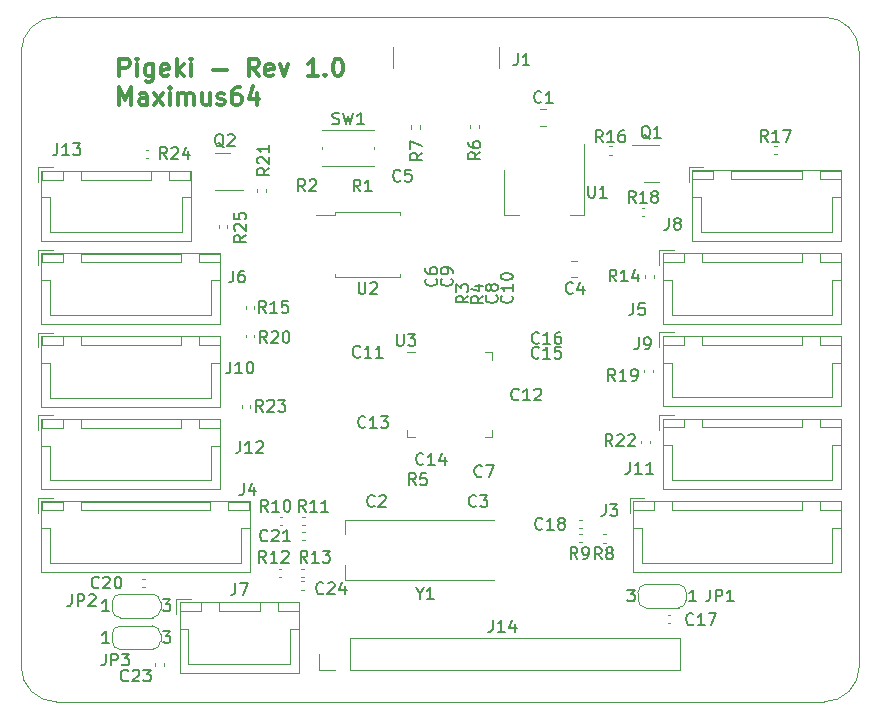
<source format=gbr>
%TF.GenerationSoftware,KiCad,Pcbnew,(6.0.8)*%
%TF.CreationDate,2023-02-03T15:48:26-08:00*%
%TF.ProjectId,RP2040_minimal,52503230-3430-45f6-9d69-6e696d616c2e,REV1*%
%TF.SameCoordinates,Original*%
%TF.FileFunction,Legend,Top*%
%TF.FilePolarity,Positive*%
%FSLAX46Y46*%
G04 Gerber Fmt 4.6, Leading zero omitted, Abs format (unit mm)*
G04 Created by KiCad (PCBNEW (6.0.8)) date 2023-02-03 15:48:26*
%MOMM*%
%LPD*%
G01*
G04 APERTURE LIST*
%TA.AperFunction,Profile*%
%ADD10C,0.010000*%
%TD*%
%ADD11C,0.300000*%
%ADD12C,0.150000*%
%ADD13C,0.120000*%
G04 APERTURE END LIST*
D10*
X63711300Y-123000000D02*
G75*
G03*
X66711320Y-126000000I3000000J0D01*
G01*
X63711320Y-123000000D02*
X63711320Y-71010000D01*
X66711320Y-126000000D02*
X131690000Y-126000000D01*
X134690000Y-71010000D02*
X134690000Y-123000000D01*
X134690000Y-71010000D02*
G75*
G03*
X131690000Y-68010000I-3000000J0D01*
G01*
X131690000Y-126000000D02*
G75*
G03*
X134690000Y-123000000I0J3000000D01*
G01*
X66711320Y-68010020D02*
G75*
G03*
X63711320Y-71010000I-20J-2999980D01*
G01*
X66711320Y-68010000D02*
X131690000Y-68010000D01*
D11*
X72042142Y-73041071D02*
X72042142Y-71541071D01*
X72613571Y-71541071D01*
X72756428Y-71612500D01*
X72827857Y-71683928D01*
X72899285Y-71826785D01*
X72899285Y-72041071D01*
X72827857Y-72183928D01*
X72756428Y-72255357D01*
X72613571Y-72326785D01*
X72042142Y-72326785D01*
X73542142Y-73041071D02*
X73542142Y-72041071D01*
X73542142Y-71541071D02*
X73470714Y-71612500D01*
X73542142Y-71683928D01*
X73613571Y-71612500D01*
X73542142Y-71541071D01*
X73542142Y-71683928D01*
X74899285Y-72041071D02*
X74899285Y-73255357D01*
X74827857Y-73398214D01*
X74756428Y-73469642D01*
X74613571Y-73541071D01*
X74399285Y-73541071D01*
X74256428Y-73469642D01*
X74899285Y-72969642D02*
X74756428Y-73041071D01*
X74470714Y-73041071D01*
X74327857Y-72969642D01*
X74256428Y-72898214D01*
X74185000Y-72755357D01*
X74185000Y-72326785D01*
X74256428Y-72183928D01*
X74327857Y-72112500D01*
X74470714Y-72041071D01*
X74756428Y-72041071D01*
X74899285Y-72112500D01*
X76185000Y-72969642D02*
X76042142Y-73041071D01*
X75756428Y-73041071D01*
X75613571Y-72969642D01*
X75542142Y-72826785D01*
X75542142Y-72255357D01*
X75613571Y-72112500D01*
X75756428Y-72041071D01*
X76042142Y-72041071D01*
X76185000Y-72112500D01*
X76256428Y-72255357D01*
X76256428Y-72398214D01*
X75542142Y-72541071D01*
X76899285Y-73041071D02*
X76899285Y-71541071D01*
X77042142Y-72469642D02*
X77470714Y-73041071D01*
X77470714Y-72041071D02*
X76899285Y-72612500D01*
X78113571Y-73041071D02*
X78113571Y-72041071D01*
X78113571Y-71541071D02*
X78042142Y-71612500D01*
X78113571Y-71683928D01*
X78185000Y-71612500D01*
X78113571Y-71541071D01*
X78113571Y-71683928D01*
X79970714Y-72469642D02*
X81113571Y-72469642D01*
X83827857Y-73041071D02*
X83327857Y-72326785D01*
X82970714Y-73041071D02*
X82970714Y-71541071D01*
X83542142Y-71541071D01*
X83685000Y-71612500D01*
X83756428Y-71683928D01*
X83827857Y-71826785D01*
X83827857Y-72041071D01*
X83756428Y-72183928D01*
X83685000Y-72255357D01*
X83542142Y-72326785D01*
X82970714Y-72326785D01*
X85042142Y-72969642D02*
X84899285Y-73041071D01*
X84613571Y-73041071D01*
X84470714Y-72969642D01*
X84399285Y-72826785D01*
X84399285Y-72255357D01*
X84470714Y-72112500D01*
X84613571Y-72041071D01*
X84899285Y-72041071D01*
X85042142Y-72112500D01*
X85113571Y-72255357D01*
X85113571Y-72398214D01*
X84399285Y-72541071D01*
X85613571Y-72041071D02*
X85970714Y-73041071D01*
X86327857Y-72041071D01*
X88827857Y-73041071D02*
X87970714Y-73041071D01*
X88399285Y-73041071D02*
X88399285Y-71541071D01*
X88256428Y-71755357D01*
X88113571Y-71898214D01*
X87970714Y-71969642D01*
X89470714Y-72898214D02*
X89542142Y-72969642D01*
X89470714Y-73041071D01*
X89399285Y-72969642D01*
X89470714Y-72898214D01*
X89470714Y-73041071D01*
X90470714Y-71541071D02*
X90613571Y-71541071D01*
X90756428Y-71612500D01*
X90827857Y-71683928D01*
X90899285Y-71826785D01*
X90970714Y-72112500D01*
X90970714Y-72469642D01*
X90899285Y-72755357D01*
X90827857Y-72898214D01*
X90756428Y-72969642D01*
X90613571Y-73041071D01*
X90470714Y-73041071D01*
X90327857Y-72969642D01*
X90256428Y-72898214D01*
X90185000Y-72755357D01*
X90113571Y-72469642D01*
X90113571Y-72112500D01*
X90185000Y-71826785D01*
X90256428Y-71683928D01*
X90327857Y-71612500D01*
X90470714Y-71541071D01*
X72042142Y-75456071D02*
X72042142Y-73956071D01*
X72542142Y-75027500D01*
X73042142Y-73956071D01*
X73042142Y-75456071D01*
X74399285Y-75456071D02*
X74399285Y-74670357D01*
X74327857Y-74527500D01*
X74185000Y-74456071D01*
X73899285Y-74456071D01*
X73756428Y-74527500D01*
X74399285Y-75384642D02*
X74256428Y-75456071D01*
X73899285Y-75456071D01*
X73756428Y-75384642D01*
X73685000Y-75241785D01*
X73685000Y-75098928D01*
X73756428Y-74956071D01*
X73899285Y-74884642D01*
X74256428Y-74884642D01*
X74399285Y-74813214D01*
X74970714Y-75456071D02*
X75756428Y-74456071D01*
X74970714Y-74456071D02*
X75756428Y-75456071D01*
X76327857Y-75456071D02*
X76327857Y-74456071D01*
X76327857Y-73956071D02*
X76256428Y-74027500D01*
X76327857Y-74098928D01*
X76399285Y-74027500D01*
X76327857Y-73956071D01*
X76327857Y-74098928D01*
X77042142Y-75456071D02*
X77042142Y-74456071D01*
X77042142Y-74598928D02*
X77113571Y-74527500D01*
X77256428Y-74456071D01*
X77470714Y-74456071D01*
X77613571Y-74527500D01*
X77685000Y-74670357D01*
X77685000Y-75456071D01*
X77685000Y-74670357D02*
X77756428Y-74527500D01*
X77899285Y-74456071D01*
X78113571Y-74456071D01*
X78256428Y-74527500D01*
X78327857Y-74670357D01*
X78327857Y-75456071D01*
X79685000Y-74456071D02*
X79685000Y-75456071D01*
X79042142Y-74456071D02*
X79042142Y-75241785D01*
X79113571Y-75384642D01*
X79256428Y-75456071D01*
X79470714Y-75456071D01*
X79613571Y-75384642D01*
X79685000Y-75313214D01*
X80327857Y-75384642D02*
X80470714Y-75456071D01*
X80756428Y-75456071D01*
X80899285Y-75384642D01*
X80970714Y-75241785D01*
X80970714Y-75170357D01*
X80899285Y-75027500D01*
X80756428Y-74956071D01*
X80542142Y-74956071D01*
X80399285Y-74884642D01*
X80327857Y-74741785D01*
X80327857Y-74670357D01*
X80399285Y-74527500D01*
X80542142Y-74456071D01*
X80756428Y-74456071D01*
X80899285Y-74527500D01*
X82256428Y-73956071D02*
X81970714Y-73956071D01*
X81827857Y-74027500D01*
X81756428Y-74098928D01*
X81613571Y-74313214D01*
X81542142Y-74598928D01*
X81542142Y-75170357D01*
X81613571Y-75313214D01*
X81685000Y-75384642D01*
X81827857Y-75456071D01*
X82113571Y-75456071D01*
X82256428Y-75384642D01*
X82327857Y-75313214D01*
X82399285Y-75170357D01*
X82399285Y-74813214D01*
X82327857Y-74670357D01*
X82256428Y-74598928D01*
X82113571Y-74527500D01*
X81827857Y-74527500D01*
X81685000Y-74598928D01*
X81613571Y-74670357D01*
X81542142Y-74813214D01*
X83685000Y-74456071D02*
X83685000Y-75456071D01*
X83327857Y-73884642D02*
X82970714Y-74956071D01*
X83899285Y-74956071D01*
D12*
%TO.C,J1*%
X105756666Y-71102380D02*
X105756666Y-71816666D01*
X105709047Y-71959523D01*
X105613809Y-72054761D01*
X105470952Y-72102380D01*
X105375714Y-72102380D01*
X106756666Y-72102380D02*
X106185238Y-72102380D01*
X106470952Y-72102380D02*
X106470952Y-71102380D01*
X106375714Y-71245238D01*
X106280476Y-71340476D01*
X106185238Y-71388095D01*
%TO.C,C4*%
X110433333Y-91367142D02*
X110385714Y-91414761D01*
X110242857Y-91462380D01*
X110147619Y-91462380D01*
X110004761Y-91414761D01*
X109909523Y-91319523D01*
X109861904Y-91224285D01*
X109814285Y-91033809D01*
X109814285Y-90890952D01*
X109861904Y-90700476D01*
X109909523Y-90605238D01*
X110004761Y-90510000D01*
X110147619Y-90462380D01*
X110242857Y-90462380D01*
X110385714Y-90510000D01*
X110433333Y-90557619D01*
X111290476Y-90795714D02*
X111290476Y-91462380D01*
X111052380Y-90414761D02*
X110814285Y-91129047D01*
X111433333Y-91129047D01*
%TO.C,C10*%
X105247142Y-91612857D02*
X105294761Y-91660476D01*
X105342380Y-91803333D01*
X105342380Y-91898571D01*
X105294761Y-92041428D01*
X105199523Y-92136666D01*
X105104285Y-92184285D01*
X104913809Y-92231904D01*
X104770952Y-92231904D01*
X104580476Y-92184285D01*
X104485238Y-92136666D01*
X104390000Y-92041428D01*
X104342380Y-91898571D01*
X104342380Y-91803333D01*
X104390000Y-91660476D01*
X104437619Y-91612857D01*
X105342380Y-90660476D02*
X105342380Y-91231904D01*
X105342380Y-90946190D02*
X104342380Y-90946190D01*
X104485238Y-91041428D01*
X104580476Y-91136666D01*
X104628095Y-91231904D01*
X104342380Y-90041428D02*
X104342380Y-89946190D01*
X104390000Y-89850952D01*
X104437619Y-89803333D01*
X104532857Y-89755714D01*
X104723333Y-89708095D01*
X104961428Y-89708095D01*
X105151904Y-89755714D01*
X105247142Y-89803333D01*
X105294761Y-89850952D01*
X105342380Y-89946190D01*
X105342380Y-90041428D01*
X105294761Y-90136666D01*
X105247142Y-90184285D01*
X105151904Y-90231904D01*
X104961428Y-90279523D01*
X104723333Y-90279523D01*
X104532857Y-90231904D01*
X104437619Y-90184285D01*
X104390000Y-90136666D01*
X104342380Y-90041428D01*
%TO.C,C8*%
X103967142Y-91596666D02*
X104014761Y-91644285D01*
X104062380Y-91787142D01*
X104062380Y-91882380D01*
X104014761Y-92025238D01*
X103919523Y-92120476D01*
X103824285Y-92168095D01*
X103633809Y-92215714D01*
X103490952Y-92215714D01*
X103300476Y-92168095D01*
X103205238Y-92120476D01*
X103110000Y-92025238D01*
X103062380Y-91882380D01*
X103062380Y-91787142D01*
X103110000Y-91644285D01*
X103157619Y-91596666D01*
X103490952Y-91025238D02*
X103443333Y-91120476D01*
X103395714Y-91168095D01*
X103300476Y-91215714D01*
X103252857Y-91215714D01*
X103157619Y-91168095D01*
X103110000Y-91120476D01*
X103062380Y-91025238D01*
X103062380Y-90834761D01*
X103110000Y-90739523D01*
X103157619Y-90691904D01*
X103252857Y-90644285D01*
X103300476Y-90644285D01*
X103395714Y-90691904D01*
X103443333Y-90739523D01*
X103490952Y-90834761D01*
X103490952Y-91025238D01*
X103538571Y-91120476D01*
X103586190Y-91168095D01*
X103681428Y-91215714D01*
X103871904Y-91215714D01*
X103967142Y-91168095D01*
X104014761Y-91120476D01*
X104062380Y-91025238D01*
X104062380Y-90834761D01*
X104014761Y-90739523D01*
X103967142Y-90691904D01*
X103871904Y-90644285D01*
X103681428Y-90644285D01*
X103586190Y-90691904D01*
X103538571Y-90739523D01*
X103490952Y-90834761D01*
%TO.C,C13*%
X92872142Y-102727142D02*
X92824523Y-102774761D01*
X92681666Y-102822380D01*
X92586428Y-102822380D01*
X92443571Y-102774761D01*
X92348333Y-102679523D01*
X92300714Y-102584285D01*
X92253095Y-102393809D01*
X92253095Y-102250952D01*
X92300714Y-102060476D01*
X92348333Y-101965238D01*
X92443571Y-101870000D01*
X92586428Y-101822380D01*
X92681666Y-101822380D01*
X92824523Y-101870000D01*
X92872142Y-101917619D01*
X93824523Y-102822380D02*
X93253095Y-102822380D01*
X93538809Y-102822380D02*
X93538809Y-101822380D01*
X93443571Y-101965238D01*
X93348333Y-102060476D01*
X93253095Y-102108095D01*
X94157857Y-101822380D02*
X94776904Y-101822380D01*
X94443571Y-102203333D01*
X94586428Y-102203333D01*
X94681666Y-102250952D01*
X94729285Y-102298571D01*
X94776904Y-102393809D01*
X94776904Y-102631904D01*
X94729285Y-102727142D01*
X94681666Y-102774761D01*
X94586428Y-102822380D01*
X94300714Y-102822380D01*
X94205476Y-102774761D01*
X94157857Y-102727142D01*
%TO.C,C5*%
X95833333Y-81857142D02*
X95785714Y-81904761D01*
X95642857Y-81952380D01*
X95547619Y-81952380D01*
X95404761Y-81904761D01*
X95309523Y-81809523D01*
X95261904Y-81714285D01*
X95214285Y-81523809D01*
X95214285Y-81380952D01*
X95261904Y-81190476D01*
X95309523Y-81095238D01*
X95404761Y-81000000D01*
X95547619Y-80952380D01*
X95642857Y-80952380D01*
X95785714Y-81000000D01*
X95833333Y-81047619D01*
X96738095Y-80952380D02*
X96261904Y-80952380D01*
X96214285Y-81428571D01*
X96261904Y-81380952D01*
X96357142Y-81333333D01*
X96595238Y-81333333D01*
X96690476Y-81380952D01*
X96738095Y-81428571D01*
X96785714Y-81523809D01*
X96785714Y-81761904D01*
X96738095Y-81857142D01*
X96690476Y-81904761D01*
X96595238Y-81952380D01*
X96357142Y-81952380D01*
X96261904Y-81904761D01*
X96214285Y-81857142D01*
%TO.C,R2*%
X87773333Y-82772380D02*
X87440000Y-82296190D01*
X87201904Y-82772380D02*
X87201904Y-81772380D01*
X87582857Y-81772380D01*
X87678095Y-81820000D01*
X87725714Y-81867619D01*
X87773333Y-81962857D01*
X87773333Y-82105714D01*
X87725714Y-82200952D01*
X87678095Y-82248571D01*
X87582857Y-82296190D01*
X87201904Y-82296190D01*
X88154285Y-81867619D02*
X88201904Y-81820000D01*
X88297142Y-81772380D01*
X88535238Y-81772380D01*
X88630476Y-81820000D01*
X88678095Y-81867619D01*
X88725714Y-81962857D01*
X88725714Y-82058095D01*
X88678095Y-82200952D01*
X88106666Y-82772380D01*
X88725714Y-82772380D01*
%TO.C,U1*%
X111738095Y-82302380D02*
X111738095Y-83111904D01*
X111785714Y-83207142D01*
X111833333Y-83254761D01*
X111928571Y-83302380D01*
X112119047Y-83302380D01*
X112214285Y-83254761D01*
X112261904Y-83207142D01*
X112309523Y-83111904D01*
X112309523Y-82302380D01*
X113309523Y-83302380D02*
X112738095Y-83302380D01*
X113023809Y-83302380D02*
X113023809Y-82302380D01*
X112928571Y-82445238D01*
X112833333Y-82540476D01*
X112738095Y-82588095D01*
%TO.C,U2*%
X92288095Y-90452380D02*
X92288095Y-91261904D01*
X92335714Y-91357142D01*
X92383333Y-91404761D01*
X92478571Y-91452380D01*
X92669047Y-91452380D01*
X92764285Y-91404761D01*
X92811904Y-91357142D01*
X92859523Y-91261904D01*
X92859523Y-90452380D01*
X93288095Y-90547619D02*
X93335714Y-90500000D01*
X93430952Y-90452380D01*
X93669047Y-90452380D01*
X93764285Y-90500000D01*
X93811904Y-90547619D01*
X93859523Y-90642857D01*
X93859523Y-90738095D01*
X93811904Y-90880952D01*
X93240476Y-91452380D01*
X93859523Y-91452380D01*
%TO.C,C3*%
X102253333Y-109397142D02*
X102205714Y-109444761D01*
X102062857Y-109492380D01*
X101967619Y-109492380D01*
X101824761Y-109444761D01*
X101729523Y-109349523D01*
X101681904Y-109254285D01*
X101634285Y-109063809D01*
X101634285Y-108920952D01*
X101681904Y-108730476D01*
X101729523Y-108635238D01*
X101824761Y-108540000D01*
X101967619Y-108492380D01*
X102062857Y-108492380D01*
X102205714Y-108540000D01*
X102253333Y-108587619D01*
X102586666Y-108492380D02*
X103205714Y-108492380D01*
X102872380Y-108873333D01*
X103015238Y-108873333D01*
X103110476Y-108920952D01*
X103158095Y-108968571D01*
X103205714Y-109063809D01*
X103205714Y-109301904D01*
X103158095Y-109397142D01*
X103110476Y-109444761D01*
X103015238Y-109492380D01*
X102729523Y-109492380D01*
X102634285Y-109444761D01*
X102586666Y-109397142D01*
%TO.C,R1*%
X92443333Y-82792380D02*
X92110000Y-82316190D01*
X91871904Y-82792380D02*
X91871904Y-81792380D01*
X92252857Y-81792380D01*
X92348095Y-81840000D01*
X92395714Y-81887619D01*
X92443333Y-81982857D01*
X92443333Y-82125714D01*
X92395714Y-82220952D01*
X92348095Y-82268571D01*
X92252857Y-82316190D01*
X91871904Y-82316190D01*
X93395714Y-82792380D02*
X92824285Y-82792380D01*
X93110000Y-82792380D02*
X93110000Y-81792380D01*
X93014761Y-81935238D01*
X92919523Y-82030476D01*
X92824285Y-82078095D01*
%TO.C,C9*%
X100157142Y-90166666D02*
X100204761Y-90214285D01*
X100252380Y-90357142D01*
X100252380Y-90452380D01*
X100204761Y-90595238D01*
X100109523Y-90690476D01*
X100014285Y-90738095D01*
X99823809Y-90785714D01*
X99680952Y-90785714D01*
X99490476Y-90738095D01*
X99395238Y-90690476D01*
X99300000Y-90595238D01*
X99252380Y-90452380D01*
X99252380Y-90357142D01*
X99300000Y-90214285D01*
X99347619Y-90166666D01*
X100252380Y-89690476D02*
X100252380Y-89500000D01*
X100204761Y-89404761D01*
X100157142Y-89357142D01*
X100014285Y-89261904D01*
X99823809Y-89214285D01*
X99442857Y-89214285D01*
X99347619Y-89261904D01*
X99300000Y-89309523D01*
X99252380Y-89404761D01*
X99252380Y-89595238D01*
X99300000Y-89690476D01*
X99347619Y-89738095D01*
X99442857Y-89785714D01*
X99680952Y-89785714D01*
X99776190Y-89738095D01*
X99823809Y-89690476D01*
X99871428Y-89595238D01*
X99871428Y-89404761D01*
X99823809Y-89309523D01*
X99776190Y-89261904D01*
X99680952Y-89214285D01*
%TO.C,C12*%
X105842142Y-100387142D02*
X105794523Y-100434761D01*
X105651666Y-100482380D01*
X105556428Y-100482380D01*
X105413571Y-100434761D01*
X105318333Y-100339523D01*
X105270714Y-100244285D01*
X105223095Y-100053809D01*
X105223095Y-99910952D01*
X105270714Y-99720476D01*
X105318333Y-99625238D01*
X105413571Y-99530000D01*
X105556428Y-99482380D01*
X105651666Y-99482380D01*
X105794523Y-99530000D01*
X105842142Y-99577619D01*
X106794523Y-100482380D02*
X106223095Y-100482380D01*
X106508809Y-100482380D02*
X106508809Y-99482380D01*
X106413571Y-99625238D01*
X106318333Y-99720476D01*
X106223095Y-99768095D01*
X107175476Y-99577619D02*
X107223095Y-99530000D01*
X107318333Y-99482380D01*
X107556428Y-99482380D01*
X107651666Y-99530000D01*
X107699285Y-99577619D01*
X107746904Y-99672857D01*
X107746904Y-99768095D01*
X107699285Y-99910952D01*
X107127857Y-100482380D01*
X107746904Y-100482380D01*
%TO.C,C14*%
X97787142Y-105857142D02*
X97739523Y-105904761D01*
X97596666Y-105952380D01*
X97501428Y-105952380D01*
X97358571Y-105904761D01*
X97263333Y-105809523D01*
X97215714Y-105714285D01*
X97168095Y-105523809D01*
X97168095Y-105380952D01*
X97215714Y-105190476D01*
X97263333Y-105095238D01*
X97358571Y-105000000D01*
X97501428Y-104952380D01*
X97596666Y-104952380D01*
X97739523Y-105000000D01*
X97787142Y-105047619D01*
X98739523Y-105952380D02*
X98168095Y-105952380D01*
X98453809Y-105952380D02*
X98453809Y-104952380D01*
X98358571Y-105095238D01*
X98263333Y-105190476D01*
X98168095Y-105238095D01*
X99596666Y-105285714D02*
X99596666Y-105952380D01*
X99358571Y-104904761D02*
X99120476Y-105619047D01*
X99739523Y-105619047D01*
%TO.C,R3*%
X101572380Y-91616666D02*
X101096190Y-91950000D01*
X101572380Y-92188095D02*
X100572380Y-92188095D01*
X100572380Y-91807142D01*
X100620000Y-91711904D01*
X100667619Y-91664285D01*
X100762857Y-91616666D01*
X100905714Y-91616666D01*
X101000952Y-91664285D01*
X101048571Y-91711904D01*
X101096190Y-91807142D01*
X101096190Y-92188095D01*
X100572380Y-91283333D02*
X100572380Y-90664285D01*
X100953333Y-90997619D01*
X100953333Y-90854761D01*
X101000952Y-90759523D01*
X101048571Y-90711904D01*
X101143809Y-90664285D01*
X101381904Y-90664285D01*
X101477142Y-90711904D01*
X101524761Y-90759523D01*
X101572380Y-90854761D01*
X101572380Y-91140476D01*
X101524761Y-91235714D01*
X101477142Y-91283333D01*
%TO.C,C7*%
X102723333Y-106877142D02*
X102675714Y-106924761D01*
X102532857Y-106972380D01*
X102437619Y-106972380D01*
X102294761Y-106924761D01*
X102199523Y-106829523D01*
X102151904Y-106734285D01*
X102104285Y-106543809D01*
X102104285Y-106400952D01*
X102151904Y-106210476D01*
X102199523Y-106115238D01*
X102294761Y-106020000D01*
X102437619Y-105972380D01*
X102532857Y-105972380D01*
X102675714Y-106020000D01*
X102723333Y-106067619D01*
X103056666Y-105972380D02*
X103723333Y-105972380D01*
X103294761Y-106972380D01*
%TO.C,C1*%
X107770833Y-75207142D02*
X107723214Y-75254761D01*
X107580357Y-75302380D01*
X107485119Y-75302380D01*
X107342261Y-75254761D01*
X107247023Y-75159523D01*
X107199404Y-75064285D01*
X107151785Y-74873809D01*
X107151785Y-74730952D01*
X107199404Y-74540476D01*
X107247023Y-74445238D01*
X107342261Y-74350000D01*
X107485119Y-74302380D01*
X107580357Y-74302380D01*
X107723214Y-74350000D01*
X107770833Y-74397619D01*
X108723214Y-75302380D02*
X108151785Y-75302380D01*
X108437500Y-75302380D02*
X108437500Y-74302380D01*
X108342261Y-74445238D01*
X108247023Y-74540476D01*
X108151785Y-74588095D01*
%TO.C,C11*%
X92427142Y-96757142D02*
X92379523Y-96804761D01*
X92236666Y-96852380D01*
X92141428Y-96852380D01*
X91998571Y-96804761D01*
X91903333Y-96709523D01*
X91855714Y-96614285D01*
X91808095Y-96423809D01*
X91808095Y-96280952D01*
X91855714Y-96090476D01*
X91903333Y-95995238D01*
X91998571Y-95900000D01*
X92141428Y-95852380D01*
X92236666Y-95852380D01*
X92379523Y-95900000D01*
X92427142Y-95947619D01*
X93379523Y-96852380D02*
X92808095Y-96852380D01*
X93093809Y-96852380D02*
X93093809Y-95852380D01*
X92998571Y-95995238D01*
X92903333Y-96090476D01*
X92808095Y-96138095D01*
X94331904Y-96852380D02*
X93760476Y-96852380D01*
X94046190Y-96852380D02*
X94046190Y-95852380D01*
X93950952Y-95995238D01*
X93855714Y-96090476D01*
X93760476Y-96138095D01*
%TO.C,C16*%
X107557142Y-95597142D02*
X107509523Y-95644761D01*
X107366666Y-95692380D01*
X107271428Y-95692380D01*
X107128571Y-95644761D01*
X107033333Y-95549523D01*
X106985714Y-95454285D01*
X106938095Y-95263809D01*
X106938095Y-95120952D01*
X106985714Y-94930476D01*
X107033333Y-94835238D01*
X107128571Y-94740000D01*
X107271428Y-94692380D01*
X107366666Y-94692380D01*
X107509523Y-94740000D01*
X107557142Y-94787619D01*
X108509523Y-95692380D02*
X107938095Y-95692380D01*
X108223809Y-95692380D02*
X108223809Y-94692380D01*
X108128571Y-94835238D01*
X108033333Y-94930476D01*
X107938095Y-94978095D01*
X109366666Y-94692380D02*
X109176190Y-94692380D01*
X109080952Y-94740000D01*
X109033333Y-94787619D01*
X108938095Y-94930476D01*
X108890476Y-95120952D01*
X108890476Y-95501904D01*
X108938095Y-95597142D01*
X108985714Y-95644761D01*
X109080952Y-95692380D01*
X109271428Y-95692380D01*
X109366666Y-95644761D01*
X109414285Y-95597142D01*
X109461904Y-95501904D01*
X109461904Y-95263809D01*
X109414285Y-95168571D01*
X109366666Y-95120952D01*
X109271428Y-95073333D01*
X109080952Y-95073333D01*
X108985714Y-95120952D01*
X108938095Y-95168571D01*
X108890476Y-95263809D01*
%TO.C,U3*%
X95528095Y-94852380D02*
X95528095Y-95661904D01*
X95575714Y-95757142D01*
X95623333Y-95804761D01*
X95718571Y-95852380D01*
X95909047Y-95852380D01*
X96004285Y-95804761D01*
X96051904Y-95757142D01*
X96099523Y-95661904D01*
X96099523Y-94852380D01*
X96480476Y-94852380D02*
X97099523Y-94852380D01*
X96766190Y-95233333D01*
X96909047Y-95233333D01*
X97004285Y-95280952D01*
X97051904Y-95328571D01*
X97099523Y-95423809D01*
X97099523Y-95661904D01*
X97051904Y-95757142D01*
X97004285Y-95804761D01*
X96909047Y-95852380D01*
X96623333Y-95852380D01*
X96528095Y-95804761D01*
X96480476Y-95757142D01*
%TO.C,C2*%
X93643333Y-109397142D02*
X93595714Y-109444761D01*
X93452857Y-109492380D01*
X93357619Y-109492380D01*
X93214761Y-109444761D01*
X93119523Y-109349523D01*
X93071904Y-109254285D01*
X93024285Y-109063809D01*
X93024285Y-108920952D01*
X93071904Y-108730476D01*
X93119523Y-108635238D01*
X93214761Y-108540000D01*
X93357619Y-108492380D01*
X93452857Y-108492380D01*
X93595714Y-108540000D01*
X93643333Y-108587619D01*
X94024285Y-108587619D02*
X94071904Y-108540000D01*
X94167142Y-108492380D01*
X94405238Y-108492380D01*
X94500476Y-108540000D01*
X94548095Y-108587619D01*
X94595714Y-108682857D01*
X94595714Y-108778095D01*
X94548095Y-108920952D01*
X93976666Y-109492380D01*
X94595714Y-109492380D01*
%TO.C,R4*%
X102842380Y-91626666D02*
X102366190Y-91960000D01*
X102842380Y-92198095D02*
X101842380Y-92198095D01*
X101842380Y-91817142D01*
X101890000Y-91721904D01*
X101937619Y-91674285D01*
X102032857Y-91626666D01*
X102175714Y-91626666D01*
X102270952Y-91674285D01*
X102318571Y-91721904D01*
X102366190Y-91817142D01*
X102366190Y-92198095D01*
X102175714Y-90769523D02*
X102842380Y-90769523D01*
X101794761Y-91007619D02*
X102509047Y-91245714D01*
X102509047Y-90626666D01*
%TO.C,C6*%
X98847142Y-90166666D02*
X98894761Y-90214285D01*
X98942380Y-90357142D01*
X98942380Y-90452380D01*
X98894761Y-90595238D01*
X98799523Y-90690476D01*
X98704285Y-90738095D01*
X98513809Y-90785714D01*
X98370952Y-90785714D01*
X98180476Y-90738095D01*
X98085238Y-90690476D01*
X97990000Y-90595238D01*
X97942380Y-90452380D01*
X97942380Y-90357142D01*
X97990000Y-90214285D01*
X98037619Y-90166666D01*
X97942380Y-89309523D02*
X97942380Y-89500000D01*
X97990000Y-89595238D01*
X98037619Y-89642857D01*
X98180476Y-89738095D01*
X98370952Y-89785714D01*
X98751904Y-89785714D01*
X98847142Y-89738095D01*
X98894761Y-89690476D01*
X98942380Y-89595238D01*
X98942380Y-89404761D01*
X98894761Y-89309523D01*
X98847142Y-89261904D01*
X98751904Y-89214285D01*
X98513809Y-89214285D01*
X98418571Y-89261904D01*
X98370952Y-89309523D01*
X98323333Y-89404761D01*
X98323333Y-89595238D01*
X98370952Y-89690476D01*
X98418571Y-89738095D01*
X98513809Y-89785714D01*
%TO.C,C15*%
X107557142Y-96847142D02*
X107509523Y-96894761D01*
X107366666Y-96942380D01*
X107271428Y-96942380D01*
X107128571Y-96894761D01*
X107033333Y-96799523D01*
X106985714Y-96704285D01*
X106938095Y-96513809D01*
X106938095Y-96370952D01*
X106985714Y-96180476D01*
X107033333Y-96085238D01*
X107128571Y-95990000D01*
X107271428Y-95942380D01*
X107366666Y-95942380D01*
X107509523Y-95990000D01*
X107557142Y-96037619D01*
X108509523Y-96942380D02*
X107938095Y-96942380D01*
X108223809Y-96942380D02*
X108223809Y-95942380D01*
X108128571Y-96085238D01*
X108033333Y-96180476D01*
X107938095Y-96228095D01*
X109414285Y-95942380D02*
X108938095Y-95942380D01*
X108890476Y-96418571D01*
X108938095Y-96370952D01*
X109033333Y-96323333D01*
X109271428Y-96323333D01*
X109366666Y-96370952D01*
X109414285Y-96418571D01*
X109461904Y-96513809D01*
X109461904Y-96751904D01*
X109414285Y-96847142D01*
X109366666Y-96894761D01*
X109271428Y-96942380D01*
X109033333Y-96942380D01*
X108938095Y-96894761D01*
X108890476Y-96847142D01*
%TO.C,R5*%
X97133333Y-107652380D02*
X96800000Y-107176190D01*
X96561904Y-107652380D02*
X96561904Y-106652380D01*
X96942857Y-106652380D01*
X97038095Y-106700000D01*
X97085714Y-106747619D01*
X97133333Y-106842857D01*
X97133333Y-106985714D01*
X97085714Y-107080952D01*
X97038095Y-107128571D01*
X96942857Y-107176190D01*
X96561904Y-107176190D01*
X98038095Y-106652380D02*
X97561904Y-106652380D01*
X97514285Y-107128571D01*
X97561904Y-107080952D01*
X97657142Y-107033333D01*
X97895238Y-107033333D01*
X97990476Y-107080952D01*
X98038095Y-107128571D01*
X98085714Y-107223809D01*
X98085714Y-107461904D01*
X98038095Y-107557142D01*
X97990476Y-107604761D01*
X97895238Y-107652380D01*
X97657142Y-107652380D01*
X97561904Y-107604761D01*
X97514285Y-107557142D01*
%TO.C,Y1*%
X97463809Y-116836190D02*
X97463809Y-117312380D01*
X97130476Y-116312380D02*
X97463809Y-116836190D01*
X97797142Y-116312380D01*
X98654285Y-117312380D02*
X98082857Y-117312380D01*
X98368571Y-117312380D02*
X98368571Y-116312380D01*
X98273333Y-116455238D01*
X98178095Y-116550476D01*
X98082857Y-116598095D01*
%TO.C,J12*%
X82260476Y-103932380D02*
X82260476Y-104646666D01*
X82212857Y-104789523D01*
X82117619Y-104884761D01*
X81974761Y-104932380D01*
X81879523Y-104932380D01*
X83260476Y-104932380D02*
X82689047Y-104932380D01*
X82974761Y-104932380D02*
X82974761Y-103932380D01*
X82879523Y-104075238D01*
X82784285Y-104170476D01*
X82689047Y-104218095D01*
X83641428Y-104027619D02*
X83689047Y-103980000D01*
X83784285Y-103932380D01*
X84022380Y-103932380D01*
X84117619Y-103980000D01*
X84165238Y-104027619D01*
X84212857Y-104122857D01*
X84212857Y-104218095D01*
X84165238Y-104360952D01*
X83593809Y-104932380D01*
X84212857Y-104932380D01*
%TO.C,J3*%
X113196666Y-109252380D02*
X113196666Y-109966666D01*
X113149047Y-110109523D01*
X113053809Y-110204761D01*
X112910952Y-110252380D01*
X112815714Y-110252380D01*
X113577619Y-109252380D02*
X114196666Y-109252380D01*
X113863333Y-109633333D01*
X114006190Y-109633333D01*
X114101428Y-109680952D01*
X114149047Y-109728571D01*
X114196666Y-109823809D01*
X114196666Y-110061904D01*
X114149047Y-110157142D01*
X114101428Y-110204761D01*
X114006190Y-110252380D01*
X113720476Y-110252380D01*
X113625238Y-110204761D01*
X113577619Y-110157142D01*
%TO.C,C20*%
X70297142Y-116307142D02*
X70249523Y-116354761D01*
X70106666Y-116402380D01*
X70011428Y-116402380D01*
X69868571Y-116354761D01*
X69773333Y-116259523D01*
X69725714Y-116164285D01*
X69678095Y-115973809D01*
X69678095Y-115830952D01*
X69725714Y-115640476D01*
X69773333Y-115545238D01*
X69868571Y-115450000D01*
X70011428Y-115402380D01*
X70106666Y-115402380D01*
X70249523Y-115450000D01*
X70297142Y-115497619D01*
X70678095Y-115497619D02*
X70725714Y-115450000D01*
X70820952Y-115402380D01*
X71059047Y-115402380D01*
X71154285Y-115450000D01*
X71201904Y-115497619D01*
X71249523Y-115592857D01*
X71249523Y-115688095D01*
X71201904Y-115830952D01*
X70630476Y-116402380D01*
X71249523Y-116402380D01*
X71868571Y-115402380D02*
X71963809Y-115402380D01*
X72059047Y-115450000D01*
X72106666Y-115497619D01*
X72154285Y-115592857D01*
X72201904Y-115783333D01*
X72201904Y-116021428D01*
X72154285Y-116211904D01*
X72106666Y-116307142D01*
X72059047Y-116354761D01*
X71963809Y-116402380D01*
X71868571Y-116402380D01*
X71773333Y-116354761D01*
X71725714Y-116307142D01*
X71678095Y-116211904D01*
X71630476Y-116021428D01*
X71630476Y-115783333D01*
X71678095Y-115592857D01*
X71725714Y-115497619D01*
X71773333Y-115450000D01*
X71868571Y-115402380D01*
%TO.C,R24*%
X76067142Y-80032380D02*
X75733809Y-79556190D01*
X75495714Y-80032380D02*
X75495714Y-79032380D01*
X75876666Y-79032380D01*
X75971904Y-79080000D01*
X76019523Y-79127619D01*
X76067142Y-79222857D01*
X76067142Y-79365714D01*
X76019523Y-79460952D01*
X75971904Y-79508571D01*
X75876666Y-79556190D01*
X75495714Y-79556190D01*
X76448095Y-79127619D02*
X76495714Y-79080000D01*
X76590952Y-79032380D01*
X76829047Y-79032380D01*
X76924285Y-79080000D01*
X76971904Y-79127619D01*
X77019523Y-79222857D01*
X77019523Y-79318095D01*
X76971904Y-79460952D01*
X76400476Y-80032380D01*
X77019523Y-80032380D01*
X77876666Y-79365714D02*
X77876666Y-80032380D01*
X77638571Y-78984761D02*
X77400476Y-79699047D01*
X78019523Y-79699047D01*
%TO.C,R12*%
X84457142Y-114212380D02*
X84123809Y-113736190D01*
X83885714Y-114212380D02*
X83885714Y-113212380D01*
X84266666Y-113212380D01*
X84361904Y-113260000D01*
X84409523Y-113307619D01*
X84457142Y-113402857D01*
X84457142Y-113545714D01*
X84409523Y-113640952D01*
X84361904Y-113688571D01*
X84266666Y-113736190D01*
X83885714Y-113736190D01*
X85409523Y-114212380D02*
X84838095Y-114212380D01*
X85123809Y-114212380D02*
X85123809Y-113212380D01*
X85028571Y-113355238D01*
X84933333Y-113450476D01*
X84838095Y-113498095D01*
X85790476Y-113307619D02*
X85838095Y-113260000D01*
X85933333Y-113212380D01*
X86171428Y-113212380D01*
X86266666Y-113260000D01*
X86314285Y-113307619D01*
X86361904Y-113402857D01*
X86361904Y-113498095D01*
X86314285Y-113640952D01*
X85742857Y-114212380D01*
X86361904Y-114212380D01*
%TO.C,R19*%
X114007142Y-98822380D02*
X113673809Y-98346190D01*
X113435714Y-98822380D02*
X113435714Y-97822380D01*
X113816666Y-97822380D01*
X113911904Y-97870000D01*
X113959523Y-97917619D01*
X114007142Y-98012857D01*
X114007142Y-98155714D01*
X113959523Y-98250952D01*
X113911904Y-98298571D01*
X113816666Y-98346190D01*
X113435714Y-98346190D01*
X114959523Y-98822380D02*
X114388095Y-98822380D01*
X114673809Y-98822380D02*
X114673809Y-97822380D01*
X114578571Y-97965238D01*
X114483333Y-98060476D01*
X114388095Y-98108095D01*
X115435714Y-98822380D02*
X115626190Y-98822380D01*
X115721428Y-98774761D01*
X115769047Y-98727142D01*
X115864285Y-98584285D01*
X115911904Y-98393809D01*
X115911904Y-98012857D01*
X115864285Y-97917619D01*
X115816666Y-97870000D01*
X115721428Y-97822380D01*
X115530952Y-97822380D01*
X115435714Y-97870000D01*
X115388095Y-97917619D01*
X115340476Y-98012857D01*
X115340476Y-98250952D01*
X115388095Y-98346190D01*
X115435714Y-98393809D01*
X115530952Y-98441428D01*
X115721428Y-98441428D01*
X115816666Y-98393809D01*
X115864285Y-98346190D01*
X115911904Y-98250952D01*
%TO.C,Q1*%
X116974761Y-78347619D02*
X116879523Y-78300000D01*
X116784285Y-78204761D01*
X116641428Y-78061904D01*
X116546190Y-78014285D01*
X116450952Y-78014285D01*
X116498571Y-78252380D02*
X116403333Y-78204761D01*
X116308095Y-78109523D01*
X116260476Y-77919047D01*
X116260476Y-77585714D01*
X116308095Y-77395238D01*
X116403333Y-77300000D01*
X116498571Y-77252380D01*
X116689047Y-77252380D01*
X116784285Y-77300000D01*
X116879523Y-77395238D01*
X116927142Y-77585714D01*
X116927142Y-77919047D01*
X116879523Y-78109523D01*
X116784285Y-78204761D01*
X116689047Y-78252380D01*
X116498571Y-78252380D01*
X117879523Y-78252380D02*
X117308095Y-78252380D01*
X117593809Y-78252380D02*
X117593809Y-77252380D01*
X117498571Y-77395238D01*
X117403333Y-77490476D01*
X117308095Y-77538095D01*
%TO.C,J14*%
X103670476Y-119082380D02*
X103670476Y-119796666D01*
X103622857Y-119939523D01*
X103527619Y-120034761D01*
X103384761Y-120082380D01*
X103289523Y-120082380D01*
X104670476Y-120082380D02*
X104099047Y-120082380D01*
X104384761Y-120082380D02*
X104384761Y-119082380D01*
X104289523Y-119225238D01*
X104194285Y-119320476D01*
X104099047Y-119368095D01*
X105527619Y-119415714D02*
X105527619Y-120082380D01*
X105289523Y-119034761D02*
X105051428Y-119749047D01*
X105670476Y-119749047D01*
%TO.C,J8*%
X118566666Y-85032380D02*
X118566666Y-85746666D01*
X118519047Y-85889523D01*
X118423809Y-85984761D01*
X118280952Y-86032380D01*
X118185714Y-86032380D01*
X119185714Y-85460952D02*
X119090476Y-85413333D01*
X119042857Y-85365714D01*
X118995238Y-85270476D01*
X118995238Y-85222857D01*
X119042857Y-85127619D01*
X119090476Y-85080000D01*
X119185714Y-85032380D01*
X119376190Y-85032380D01*
X119471428Y-85080000D01*
X119519047Y-85127619D01*
X119566666Y-85222857D01*
X119566666Y-85270476D01*
X119519047Y-85365714D01*
X119471428Y-85413333D01*
X119376190Y-85460952D01*
X119185714Y-85460952D01*
X119090476Y-85508571D01*
X119042857Y-85556190D01*
X118995238Y-85651428D01*
X118995238Y-85841904D01*
X119042857Y-85937142D01*
X119090476Y-85984761D01*
X119185714Y-86032380D01*
X119376190Y-86032380D01*
X119471428Y-85984761D01*
X119519047Y-85937142D01*
X119566666Y-85841904D01*
X119566666Y-85651428D01*
X119519047Y-85556190D01*
X119471428Y-85508571D01*
X119376190Y-85460952D01*
%TO.C,R21*%
X84722380Y-80792857D02*
X84246190Y-81126190D01*
X84722380Y-81364285D02*
X83722380Y-81364285D01*
X83722380Y-80983333D01*
X83770000Y-80888095D01*
X83817619Y-80840476D01*
X83912857Y-80792857D01*
X84055714Y-80792857D01*
X84150952Y-80840476D01*
X84198571Y-80888095D01*
X84246190Y-80983333D01*
X84246190Y-81364285D01*
X83817619Y-80411904D02*
X83770000Y-80364285D01*
X83722380Y-80269047D01*
X83722380Y-80030952D01*
X83770000Y-79935714D01*
X83817619Y-79888095D01*
X83912857Y-79840476D01*
X84008095Y-79840476D01*
X84150952Y-79888095D01*
X84722380Y-80459523D01*
X84722380Y-79840476D01*
X84722380Y-78888095D02*
X84722380Y-79459523D01*
X84722380Y-79173809D02*
X83722380Y-79173809D01*
X83865238Y-79269047D01*
X83960476Y-79364285D01*
X84008095Y-79459523D01*
%TO.C,R9*%
X110823333Y-113912380D02*
X110490000Y-113436190D01*
X110251904Y-113912380D02*
X110251904Y-112912380D01*
X110632857Y-112912380D01*
X110728095Y-112960000D01*
X110775714Y-113007619D01*
X110823333Y-113102857D01*
X110823333Y-113245714D01*
X110775714Y-113340952D01*
X110728095Y-113388571D01*
X110632857Y-113436190D01*
X110251904Y-113436190D01*
X111299523Y-113912380D02*
X111490000Y-113912380D01*
X111585238Y-113864761D01*
X111632857Y-113817142D01*
X111728095Y-113674285D01*
X111775714Y-113483809D01*
X111775714Y-113102857D01*
X111728095Y-113007619D01*
X111680476Y-112960000D01*
X111585238Y-112912380D01*
X111394761Y-112912380D01*
X111299523Y-112960000D01*
X111251904Y-113007619D01*
X111204285Y-113102857D01*
X111204285Y-113340952D01*
X111251904Y-113436190D01*
X111299523Y-113483809D01*
X111394761Y-113531428D01*
X111585238Y-113531428D01*
X111680476Y-113483809D01*
X111728095Y-113436190D01*
X111775714Y-113340952D01*
%TO.C,R23*%
X84197142Y-101432380D02*
X83863809Y-100956190D01*
X83625714Y-101432380D02*
X83625714Y-100432380D01*
X84006666Y-100432380D01*
X84101904Y-100480000D01*
X84149523Y-100527619D01*
X84197142Y-100622857D01*
X84197142Y-100765714D01*
X84149523Y-100860952D01*
X84101904Y-100908571D01*
X84006666Y-100956190D01*
X83625714Y-100956190D01*
X84578095Y-100527619D02*
X84625714Y-100480000D01*
X84720952Y-100432380D01*
X84959047Y-100432380D01*
X85054285Y-100480000D01*
X85101904Y-100527619D01*
X85149523Y-100622857D01*
X85149523Y-100718095D01*
X85101904Y-100860952D01*
X84530476Y-101432380D01*
X85149523Y-101432380D01*
X85482857Y-100432380D02*
X86101904Y-100432380D01*
X85768571Y-100813333D01*
X85911428Y-100813333D01*
X86006666Y-100860952D01*
X86054285Y-100908571D01*
X86101904Y-101003809D01*
X86101904Y-101241904D01*
X86054285Y-101337142D01*
X86006666Y-101384761D01*
X85911428Y-101432380D01*
X85625714Y-101432380D01*
X85530476Y-101384761D01*
X85482857Y-101337142D01*
%TO.C,C18*%
X107857142Y-111327142D02*
X107809523Y-111374761D01*
X107666666Y-111422380D01*
X107571428Y-111422380D01*
X107428571Y-111374761D01*
X107333333Y-111279523D01*
X107285714Y-111184285D01*
X107238095Y-110993809D01*
X107238095Y-110850952D01*
X107285714Y-110660476D01*
X107333333Y-110565238D01*
X107428571Y-110470000D01*
X107571428Y-110422380D01*
X107666666Y-110422380D01*
X107809523Y-110470000D01*
X107857142Y-110517619D01*
X108809523Y-111422380D02*
X108238095Y-111422380D01*
X108523809Y-111422380D02*
X108523809Y-110422380D01*
X108428571Y-110565238D01*
X108333333Y-110660476D01*
X108238095Y-110708095D01*
X109380952Y-110850952D02*
X109285714Y-110803333D01*
X109238095Y-110755714D01*
X109190476Y-110660476D01*
X109190476Y-110612857D01*
X109238095Y-110517619D01*
X109285714Y-110470000D01*
X109380952Y-110422380D01*
X109571428Y-110422380D01*
X109666666Y-110470000D01*
X109714285Y-110517619D01*
X109761904Y-110612857D01*
X109761904Y-110660476D01*
X109714285Y-110755714D01*
X109666666Y-110803333D01*
X109571428Y-110850952D01*
X109380952Y-110850952D01*
X109285714Y-110898571D01*
X109238095Y-110946190D01*
X109190476Y-111041428D01*
X109190476Y-111231904D01*
X109238095Y-111327142D01*
X109285714Y-111374761D01*
X109380952Y-111422380D01*
X109571428Y-111422380D01*
X109666666Y-111374761D01*
X109714285Y-111327142D01*
X109761904Y-111231904D01*
X109761904Y-111041428D01*
X109714285Y-110946190D01*
X109666666Y-110898571D01*
X109571428Y-110850952D01*
%TO.C,JP1*%
X122046666Y-116492380D02*
X122046666Y-117206666D01*
X121999047Y-117349523D01*
X121903809Y-117444761D01*
X121760952Y-117492380D01*
X121665714Y-117492380D01*
X122522857Y-117492380D02*
X122522857Y-116492380D01*
X122903809Y-116492380D01*
X122999047Y-116540000D01*
X123046666Y-116587619D01*
X123094285Y-116682857D01*
X123094285Y-116825714D01*
X123046666Y-116920952D01*
X122999047Y-116968571D01*
X122903809Y-117016190D01*
X122522857Y-117016190D01*
X124046666Y-117492380D02*
X123475238Y-117492380D01*
X123760952Y-117492380D02*
X123760952Y-116492380D01*
X123665714Y-116635238D01*
X123570476Y-116730476D01*
X123475238Y-116778095D01*
X120875714Y-117502380D02*
X120304285Y-117502380D01*
X120590000Y-117502380D02*
X120590000Y-116502380D01*
X120494761Y-116645238D01*
X120399523Y-116740476D01*
X120304285Y-116788095D01*
X115056666Y-116502380D02*
X115675714Y-116502380D01*
X115342380Y-116883333D01*
X115485238Y-116883333D01*
X115580476Y-116930952D01*
X115628095Y-116978571D01*
X115675714Y-117073809D01*
X115675714Y-117311904D01*
X115628095Y-117407142D01*
X115580476Y-117454761D01*
X115485238Y-117502380D01*
X115199523Y-117502380D01*
X115104285Y-117454761D01*
X115056666Y-117407142D01*
%TO.C,J7*%
X81856666Y-115927380D02*
X81856666Y-116641666D01*
X81809047Y-116784523D01*
X81713809Y-116879761D01*
X81570952Y-116927380D01*
X81475714Y-116927380D01*
X82237619Y-115927380D02*
X82904285Y-115927380D01*
X82475714Y-116927380D01*
%TO.C,SW1*%
X90076666Y-77064761D02*
X90219523Y-77112380D01*
X90457619Y-77112380D01*
X90552857Y-77064761D01*
X90600476Y-77017142D01*
X90648095Y-76921904D01*
X90648095Y-76826666D01*
X90600476Y-76731428D01*
X90552857Y-76683809D01*
X90457619Y-76636190D01*
X90267142Y-76588571D01*
X90171904Y-76540952D01*
X90124285Y-76493333D01*
X90076666Y-76398095D01*
X90076666Y-76302857D01*
X90124285Y-76207619D01*
X90171904Y-76160000D01*
X90267142Y-76112380D01*
X90505238Y-76112380D01*
X90648095Y-76160000D01*
X90981428Y-76112380D02*
X91219523Y-77112380D01*
X91410000Y-76398095D01*
X91600476Y-77112380D01*
X91838571Y-76112380D01*
X92743333Y-77112380D02*
X92171904Y-77112380D01*
X92457619Y-77112380D02*
X92457619Y-76112380D01*
X92362380Y-76255238D01*
X92267142Y-76350476D01*
X92171904Y-76398095D01*
%TO.C,JP2*%
X68026666Y-116902380D02*
X68026666Y-117616666D01*
X67979047Y-117759523D01*
X67883809Y-117854761D01*
X67740952Y-117902380D01*
X67645714Y-117902380D01*
X68502857Y-117902380D02*
X68502857Y-116902380D01*
X68883809Y-116902380D01*
X68979047Y-116950000D01*
X69026666Y-116997619D01*
X69074285Y-117092857D01*
X69074285Y-117235714D01*
X69026666Y-117330952D01*
X68979047Y-117378571D01*
X68883809Y-117426190D01*
X68502857Y-117426190D01*
X69455238Y-116997619D02*
X69502857Y-116950000D01*
X69598095Y-116902380D01*
X69836190Y-116902380D01*
X69931428Y-116950000D01*
X69979047Y-116997619D01*
X70026666Y-117092857D01*
X70026666Y-117188095D01*
X69979047Y-117330952D01*
X69407619Y-117902380D01*
X70026666Y-117902380D01*
X71155714Y-118322380D02*
X70584285Y-118322380D01*
X70870000Y-118322380D02*
X70870000Y-117322380D01*
X70774761Y-117465238D01*
X70679523Y-117560476D01*
X70584285Y-117608095D01*
X75736666Y-117322380D02*
X76355714Y-117322380D01*
X76022380Y-117703333D01*
X76165238Y-117703333D01*
X76260476Y-117750952D01*
X76308095Y-117798571D01*
X76355714Y-117893809D01*
X76355714Y-118131904D01*
X76308095Y-118227142D01*
X76260476Y-118274761D01*
X76165238Y-118322380D01*
X75879523Y-118322380D01*
X75784285Y-118274761D01*
X75736666Y-118227142D01*
%TO.C,R22*%
X113787142Y-104352380D02*
X113453809Y-103876190D01*
X113215714Y-104352380D02*
X113215714Y-103352380D01*
X113596666Y-103352380D01*
X113691904Y-103400000D01*
X113739523Y-103447619D01*
X113787142Y-103542857D01*
X113787142Y-103685714D01*
X113739523Y-103780952D01*
X113691904Y-103828571D01*
X113596666Y-103876190D01*
X113215714Y-103876190D01*
X114168095Y-103447619D02*
X114215714Y-103400000D01*
X114310952Y-103352380D01*
X114549047Y-103352380D01*
X114644285Y-103400000D01*
X114691904Y-103447619D01*
X114739523Y-103542857D01*
X114739523Y-103638095D01*
X114691904Y-103780952D01*
X114120476Y-104352380D01*
X114739523Y-104352380D01*
X115120476Y-103447619D02*
X115168095Y-103400000D01*
X115263333Y-103352380D01*
X115501428Y-103352380D01*
X115596666Y-103400000D01*
X115644285Y-103447619D01*
X115691904Y-103542857D01*
X115691904Y-103638095D01*
X115644285Y-103780952D01*
X115072857Y-104352380D01*
X115691904Y-104352380D01*
%TO.C,J6*%
X81666666Y-89492380D02*
X81666666Y-90206666D01*
X81619047Y-90349523D01*
X81523809Y-90444761D01*
X81380952Y-90492380D01*
X81285714Y-90492380D01*
X82571428Y-89492380D02*
X82380952Y-89492380D01*
X82285714Y-89540000D01*
X82238095Y-89587619D01*
X82142857Y-89730476D01*
X82095238Y-89920952D01*
X82095238Y-90301904D01*
X82142857Y-90397142D01*
X82190476Y-90444761D01*
X82285714Y-90492380D01*
X82476190Y-90492380D01*
X82571428Y-90444761D01*
X82619047Y-90397142D01*
X82666666Y-90301904D01*
X82666666Y-90063809D01*
X82619047Y-89968571D01*
X82571428Y-89920952D01*
X82476190Y-89873333D01*
X82285714Y-89873333D01*
X82190476Y-89920952D01*
X82142857Y-89968571D01*
X82095238Y-90063809D01*
%TO.C,R7*%
X97682380Y-79526666D02*
X97206190Y-79860000D01*
X97682380Y-80098095D02*
X96682380Y-80098095D01*
X96682380Y-79717142D01*
X96730000Y-79621904D01*
X96777619Y-79574285D01*
X96872857Y-79526666D01*
X97015714Y-79526666D01*
X97110952Y-79574285D01*
X97158571Y-79621904D01*
X97206190Y-79717142D01*
X97206190Y-80098095D01*
X96682380Y-79193333D02*
X96682380Y-78526666D01*
X97682380Y-78955238D01*
%TO.C,C21*%
X84577142Y-112327142D02*
X84529523Y-112374761D01*
X84386666Y-112422380D01*
X84291428Y-112422380D01*
X84148571Y-112374761D01*
X84053333Y-112279523D01*
X84005714Y-112184285D01*
X83958095Y-111993809D01*
X83958095Y-111850952D01*
X84005714Y-111660476D01*
X84053333Y-111565238D01*
X84148571Y-111470000D01*
X84291428Y-111422380D01*
X84386666Y-111422380D01*
X84529523Y-111470000D01*
X84577142Y-111517619D01*
X84958095Y-111517619D02*
X85005714Y-111470000D01*
X85100952Y-111422380D01*
X85339047Y-111422380D01*
X85434285Y-111470000D01*
X85481904Y-111517619D01*
X85529523Y-111612857D01*
X85529523Y-111708095D01*
X85481904Y-111850952D01*
X84910476Y-112422380D01*
X85529523Y-112422380D01*
X86481904Y-112422380D02*
X85910476Y-112422380D01*
X86196190Y-112422380D02*
X86196190Y-111422380D01*
X86100952Y-111565238D01*
X86005714Y-111660476D01*
X85910476Y-111708095D01*
%TO.C,C24*%
X89317142Y-116787142D02*
X89269523Y-116834761D01*
X89126666Y-116882380D01*
X89031428Y-116882380D01*
X88888571Y-116834761D01*
X88793333Y-116739523D01*
X88745714Y-116644285D01*
X88698095Y-116453809D01*
X88698095Y-116310952D01*
X88745714Y-116120476D01*
X88793333Y-116025238D01*
X88888571Y-115930000D01*
X89031428Y-115882380D01*
X89126666Y-115882380D01*
X89269523Y-115930000D01*
X89317142Y-115977619D01*
X89698095Y-115977619D02*
X89745714Y-115930000D01*
X89840952Y-115882380D01*
X90079047Y-115882380D01*
X90174285Y-115930000D01*
X90221904Y-115977619D01*
X90269523Y-116072857D01*
X90269523Y-116168095D01*
X90221904Y-116310952D01*
X89650476Y-116882380D01*
X90269523Y-116882380D01*
X91126666Y-116215714D02*
X91126666Y-116882380D01*
X90888571Y-115834761D02*
X90650476Y-116549047D01*
X91269523Y-116549047D01*
%TO.C,R18*%
X115737142Y-83752380D02*
X115403809Y-83276190D01*
X115165714Y-83752380D02*
X115165714Y-82752380D01*
X115546666Y-82752380D01*
X115641904Y-82800000D01*
X115689523Y-82847619D01*
X115737142Y-82942857D01*
X115737142Y-83085714D01*
X115689523Y-83180952D01*
X115641904Y-83228571D01*
X115546666Y-83276190D01*
X115165714Y-83276190D01*
X116689523Y-83752380D02*
X116118095Y-83752380D01*
X116403809Y-83752380D02*
X116403809Y-82752380D01*
X116308571Y-82895238D01*
X116213333Y-82990476D01*
X116118095Y-83038095D01*
X117260952Y-83180952D02*
X117165714Y-83133333D01*
X117118095Y-83085714D01*
X117070476Y-82990476D01*
X117070476Y-82942857D01*
X117118095Y-82847619D01*
X117165714Y-82800000D01*
X117260952Y-82752380D01*
X117451428Y-82752380D01*
X117546666Y-82800000D01*
X117594285Y-82847619D01*
X117641904Y-82942857D01*
X117641904Y-82990476D01*
X117594285Y-83085714D01*
X117546666Y-83133333D01*
X117451428Y-83180952D01*
X117260952Y-83180952D01*
X117165714Y-83228571D01*
X117118095Y-83276190D01*
X117070476Y-83371428D01*
X117070476Y-83561904D01*
X117118095Y-83657142D01*
X117165714Y-83704761D01*
X117260952Y-83752380D01*
X117451428Y-83752380D01*
X117546666Y-83704761D01*
X117594285Y-83657142D01*
X117641904Y-83561904D01*
X117641904Y-83371428D01*
X117594285Y-83276190D01*
X117546666Y-83228571D01*
X117451428Y-83180952D01*
%TO.C,R25*%
X82762380Y-86482857D02*
X82286190Y-86816190D01*
X82762380Y-87054285D02*
X81762380Y-87054285D01*
X81762380Y-86673333D01*
X81810000Y-86578095D01*
X81857619Y-86530476D01*
X81952857Y-86482857D01*
X82095714Y-86482857D01*
X82190952Y-86530476D01*
X82238571Y-86578095D01*
X82286190Y-86673333D01*
X82286190Y-87054285D01*
X81857619Y-86101904D02*
X81810000Y-86054285D01*
X81762380Y-85959047D01*
X81762380Y-85720952D01*
X81810000Y-85625714D01*
X81857619Y-85578095D01*
X81952857Y-85530476D01*
X82048095Y-85530476D01*
X82190952Y-85578095D01*
X82762380Y-86149523D01*
X82762380Y-85530476D01*
X81762380Y-84625714D02*
X81762380Y-85101904D01*
X82238571Y-85149523D01*
X82190952Y-85101904D01*
X82143333Y-85006666D01*
X82143333Y-84768571D01*
X82190952Y-84673333D01*
X82238571Y-84625714D01*
X82333809Y-84578095D01*
X82571904Y-84578095D01*
X82667142Y-84625714D01*
X82714761Y-84673333D01*
X82762380Y-84768571D01*
X82762380Y-85006666D01*
X82714761Y-85101904D01*
X82667142Y-85149523D01*
%TO.C,C23*%
X72787142Y-124177142D02*
X72739523Y-124224761D01*
X72596666Y-124272380D01*
X72501428Y-124272380D01*
X72358571Y-124224761D01*
X72263333Y-124129523D01*
X72215714Y-124034285D01*
X72168095Y-123843809D01*
X72168095Y-123700952D01*
X72215714Y-123510476D01*
X72263333Y-123415238D01*
X72358571Y-123320000D01*
X72501428Y-123272380D01*
X72596666Y-123272380D01*
X72739523Y-123320000D01*
X72787142Y-123367619D01*
X73168095Y-123367619D02*
X73215714Y-123320000D01*
X73310952Y-123272380D01*
X73549047Y-123272380D01*
X73644285Y-123320000D01*
X73691904Y-123367619D01*
X73739523Y-123462857D01*
X73739523Y-123558095D01*
X73691904Y-123700952D01*
X73120476Y-124272380D01*
X73739523Y-124272380D01*
X74072857Y-123272380D02*
X74691904Y-123272380D01*
X74358571Y-123653333D01*
X74501428Y-123653333D01*
X74596666Y-123700952D01*
X74644285Y-123748571D01*
X74691904Y-123843809D01*
X74691904Y-124081904D01*
X74644285Y-124177142D01*
X74596666Y-124224761D01*
X74501428Y-124272380D01*
X74215714Y-124272380D01*
X74120476Y-124224761D01*
X74072857Y-124177142D01*
%TO.C,R16*%
X112957142Y-78617380D02*
X112623809Y-78141190D01*
X112385714Y-78617380D02*
X112385714Y-77617380D01*
X112766666Y-77617380D01*
X112861904Y-77665000D01*
X112909523Y-77712619D01*
X112957142Y-77807857D01*
X112957142Y-77950714D01*
X112909523Y-78045952D01*
X112861904Y-78093571D01*
X112766666Y-78141190D01*
X112385714Y-78141190D01*
X113909523Y-78617380D02*
X113338095Y-78617380D01*
X113623809Y-78617380D02*
X113623809Y-77617380D01*
X113528571Y-77760238D01*
X113433333Y-77855476D01*
X113338095Y-77903095D01*
X114766666Y-77617380D02*
X114576190Y-77617380D01*
X114480952Y-77665000D01*
X114433333Y-77712619D01*
X114338095Y-77855476D01*
X114290476Y-78045952D01*
X114290476Y-78426904D01*
X114338095Y-78522142D01*
X114385714Y-78569761D01*
X114480952Y-78617380D01*
X114671428Y-78617380D01*
X114766666Y-78569761D01*
X114814285Y-78522142D01*
X114861904Y-78426904D01*
X114861904Y-78188809D01*
X114814285Y-78093571D01*
X114766666Y-78045952D01*
X114671428Y-77998333D01*
X114480952Y-77998333D01*
X114385714Y-78045952D01*
X114338095Y-78093571D01*
X114290476Y-78188809D01*
%TO.C,R17*%
X126947142Y-78562380D02*
X126613809Y-78086190D01*
X126375714Y-78562380D02*
X126375714Y-77562380D01*
X126756666Y-77562380D01*
X126851904Y-77610000D01*
X126899523Y-77657619D01*
X126947142Y-77752857D01*
X126947142Y-77895714D01*
X126899523Y-77990952D01*
X126851904Y-78038571D01*
X126756666Y-78086190D01*
X126375714Y-78086190D01*
X127899523Y-78562380D02*
X127328095Y-78562380D01*
X127613809Y-78562380D02*
X127613809Y-77562380D01*
X127518571Y-77705238D01*
X127423333Y-77800476D01*
X127328095Y-77848095D01*
X128232857Y-77562380D02*
X128899523Y-77562380D01*
X128470952Y-78562380D01*
%TO.C,J13*%
X66790476Y-78712380D02*
X66790476Y-79426666D01*
X66742857Y-79569523D01*
X66647619Y-79664761D01*
X66504761Y-79712380D01*
X66409523Y-79712380D01*
X67790476Y-79712380D02*
X67219047Y-79712380D01*
X67504761Y-79712380D02*
X67504761Y-78712380D01*
X67409523Y-78855238D01*
X67314285Y-78950476D01*
X67219047Y-78998095D01*
X68123809Y-78712380D02*
X68742857Y-78712380D01*
X68409523Y-79093333D01*
X68552380Y-79093333D01*
X68647619Y-79140952D01*
X68695238Y-79188571D01*
X68742857Y-79283809D01*
X68742857Y-79521904D01*
X68695238Y-79617142D01*
X68647619Y-79664761D01*
X68552380Y-79712380D01*
X68266666Y-79712380D01*
X68171428Y-79664761D01*
X68123809Y-79617142D01*
%TO.C,R15*%
X84437142Y-93062380D02*
X84103809Y-92586190D01*
X83865714Y-93062380D02*
X83865714Y-92062380D01*
X84246666Y-92062380D01*
X84341904Y-92110000D01*
X84389523Y-92157619D01*
X84437142Y-92252857D01*
X84437142Y-92395714D01*
X84389523Y-92490952D01*
X84341904Y-92538571D01*
X84246666Y-92586190D01*
X83865714Y-92586190D01*
X85389523Y-93062380D02*
X84818095Y-93062380D01*
X85103809Y-93062380D02*
X85103809Y-92062380D01*
X85008571Y-92205238D01*
X84913333Y-92300476D01*
X84818095Y-92348095D01*
X86294285Y-92062380D02*
X85818095Y-92062380D01*
X85770476Y-92538571D01*
X85818095Y-92490952D01*
X85913333Y-92443333D01*
X86151428Y-92443333D01*
X86246666Y-92490952D01*
X86294285Y-92538571D01*
X86341904Y-92633809D01*
X86341904Y-92871904D01*
X86294285Y-92967142D01*
X86246666Y-93014761D01*
X86151428Y-93062380D01*
X85913333Y-93062380D01*
X85818095Y-93014761D01*
X85770476Y-92967142D01*
%TO.C,R11*%
X87817142Y-109902380D02*
X87483809Y-109426190D01*
X87245714Y-109902380D02*
X87245714Y-108902380D01*
X87626666Y-108902380D01*
X87721904Y-108950000D01*
X87769523Y-108997619D01*
X87817142Y-109092857D01*
X87817142Y-109235714D01*
X87769523Y-109330952D01*
X87721904Y-109378571D01*
X87626666Y-109426190D01*
X87245714Y-109426190D01*
X88769523Y-109902380D02*
X88198095Y-109902380D01*
X88483809Y-109902380D02*
X88483809Y-108902380D01*
X88388571Y-109045238D01*
X88293333Y-109140476D01*
X88198095Y-109188095D01*
X89721904Y-109902380D02*
X89150476Y-109902380D01*
X89436190Y-109902380D02*
X89436190Y-108902380D01*
X89340952Y-109045238D01*
X89245714Y-109140476D01*
X89150476Y-109188095D01*
%TO.C,R20*%
X84537142Y-95602380D02*
X84203809Y-95126190D01*
X83965714Y-95602380D02*
X83965714Y-94602380D01*
X84346666Y-94602380D01*
X84441904Y-94650000D01*
X84489523Y-94697619D01*
X84537142Y-94792857D01*
X84537142Y-94935714D01*
X84489523Y-95030952D01*
X84441904Y-95078571D01*
X84346666Y-95126190D01*
X83965714Y-95126190D01*
X84918095Y-94697619D02*
X84965714Y-94650000D01*
X85060952Y-94602380D01*
X85299047Y-94602380D01*
X85394285Y-94650000D01*
X85441904Y-94697619D01*
X85489523Y-94792857D01*
X85489523Y-94888095D01*
X85441904Y-95030952D01*
X84870476Y-95602380D01*
X85489523Y-95602380D01*
X86108571Y-94602380D02*
X86203809Y-94602380D01*
X86299047Y-94650000D01*
X86346666Y-94697619D01*
X86394285Y-94792857D01*
X86441904Y-94983333D01*
X86441904Y-95221428D01*
X86394285Y-95411904D01*
X86346666Y-95507142D01*
X86299047Y-95554761D01*
X86203809Y-95602380D01*
X86108571Y-95602380D01*
X86013333Y-95554761D01*
X85965714Y-95507142D01*
X85918095Y-95411904D01*
X85870476Y-95221428D01*
X85870476Y-94983333D01*
X85918095Y-94792857D01*
X85965714Y-94697619D01*
X86013333Y-94650000D01*
X86108571Y-94602380D01*
%TO.C,JP3*%
X70866666Y-121922380D02*
X70866666Y-122636666D01*
X70819047Y-122779523D01*
X70723809Y-122874761D01*
X70580952Y-122922380D01*
X70485714Y-122922380D01*
X71342857Y-122922380D02*
X71342857Y-121922380D01*
X71723809Y-121922380D01*
X71819047Y-121970000D01*
X71866666Y-122017619D01*
X71914285Y-122112857D01*
X71914285Y-122255714D01*
X71866666Y-122350952D01*
X71819047Y-122398571D01*
X71723809Y-122446190D01*
X71342857Y-122446190D01*
X72247619Y-121922380D02*
X72866666Y-121922380D01*
X72533333Y-122303333D01*
X72676190Y-122303333D01*
X72771428Y-122350952D01*
X72819047Y-122398571D01*
X72866666Y-122493809D01*
X72866666Y-122731904D01*
X72819047Y-122827142D01*
X72771428Y-122874761D01*
X72676190Y-122922380D01*
X72390476Y-122922380D01*
X72295238Y-122874761D01*
X72247619Y-122827142D01*
X71155714Y-121022380D02*
X70584285Y-121022380D01*
X70870000Y-121022380D02*
X70870000Y-120022380D01*
X70774761Y-120165238D01*
X70679523Y-120260476D01*
X70584285Y-120308095D01*
X75736666Y-120022380D02*
X76355714Y-120022380D01*
X76022380Y-120403333D01*
X76165238Y-120403333D01*
X76260476Y-120450952D01*
X76308095Y-120498571D01*
X76355714Y-120593809D01*
X76355714Y-120831904D01*
X76308095Y-120927142D01*
X76260476Y-120974761D01*
X76165238Y-121022380D01*
X75879523Y-121022380D01*
X75784285Y-120974761D01*
X75736666Y-120927142D01*
%TO.C,J9*%
X116006666Y-95152380D02*
X116006666Y-95866666D01*
X115959047Y-96009523D01*
X115863809Y-96104761D01*
X115720952Y-96152380D01*
X115625714Y-96152380D01*
X116530476Y-96152380D02*
X116720952Y-96152380D01*
X116816190Y-96104761D01*
X116863809Y-96057142D01*
X116959047Y-95914285D01*
X117006666Y-95723809D01*
X117006666Y-95342857D01*
X116959047Y-95247619D01*
X116911428Y-95200000D01*
X116816190Y-95152380D01*
X116625714Y-95152380D01*
X116530476Y-95200000D01*
X116482857Y-95247619D01*
X116435238Y-95342857D01*
X116435238Y-95580952D01*
X116482857Y-95676190D01*
X116530476Y-95723809D01*
X116625714Y-95771428D01*
X116816190Y-95771428D01*
X116911428Y-95723809D01*
X116959047Y-95676190D01*
X117006666Y-95580952D01*
%TO.C,R14*%
X114117142Y-90412380D02*
X113783809Y-89936190D01*
X113545714Y-90412380D02*
X113545714Y-89412380D01*
X113926666Y-89412380D01*
X114021904Y-89460000D01*
X114069523Y-89507619D01*
X114117142Y-89602857D01*
X114117142Y-89745714D01*
X114069523Y-89840952D01*
X114021904Y-89888571D01*
X113926666Y-89936190D01*
X113545714Y-89936190D01*
X115069523Y-90412380D02*
X114498095Y-90412380D01*
X114783809Y-90412380D02*
X114783809Y-89412380D01*
X114688571Y-89555238D01*
X114593333Y-89650476D01*
X114498095Y-89698095D01*
X115926666Y-89745714D02*
X115926666Y-90412380D01*
X115688571Y-89364761D02*
X115450476Y-90079047D01*
X116069523Y-90079047D01*
%TO.C,R10*%
X84617142Y-109902380D02*
X84283809Y-109426190D01*
X84045714Y-109902380D02*
X84045714Y-108902380D01*
X84426666Y-108902380D01*
X84521904Y-108950000D01*
X84569523Y-108997619D01*
X84617142Y-109092857D01*
X84617142Y-109235714D01*
X84569523Y-109330952D01*
X84521904Y-109378571D01*
X84426666Y-109426190D01*
X84045714Y-109426190D01*
X85569523Y-109902380D02*
X84998095Y-109902380D01*
X85283809Y-109902380D02*
X85283809Y-108902380D01*
X85188571Y-109045238D01*
X85093333Y-109140476D01*
X84998095Y-109188095D01*
X86188571Y-108902380D02*
X86283809Y-108902380D01*
X86379047Y-108950000D01*
X86426666Y-108997619D01*
X86474285Y-109092857D01*
X86521904Y-109283333D01*
X86521904Y-109521428D01*
X86474285Y-109711904D01*
X86426666Y-109807142D01*
X86379047Y-109854761D01*
X86283809Y-109902380D01*
X86188571Y-109902380D01*
X86093333Y-109854761D01*
X86045714Y-109807142D01*
X85998095Y-109711904D01*
X85950476Y-109521428D01*
X85950476Y-109283333D01*
X85998095Y-109092857D01*
X86045714Y-108997619D01*
X86093333Y-108950000D01*
X86188571Y-108902380D01*
%TO.C,J10*%
X81440476Y-97192380D02*
X81440476Y-97906666D01*
X81392857Y-98049523D01*
X81297619Y-98144761D01*
X81154761Y-98192380D01*
X81059523Y-98192380D01*
X82440476Y-98192380D02*
X81869047Y-98192380D01*
X82154761Y-98192380D02*
X82154761Y-97192380D01*
X82059523Y-97335238D01*
X81964285Y-97430476D01*
X81869047Y-97478095D01*
X83059523Y-97192380D02*
X83154761Y-97192380D01*
X83250000Y-97240000D01*
X83297619Y-97287619D01*
X83345238Y-97382857D01*
X83392857Y-97573333D01*
X83392857Y-97811428D01*
X83345238Y-98001904D01*
X83297619Y-98097142D01*
X83250000Y-98144761D01*
X83154761Y-98192380D01*
X83059523Y-98192380D01*
X82964285Y-98144761D01*
X82916666Y-98097142D01*
X82869047Y-98001904D01*
X82821428Y-97811428D01*
X82821428Y-97573333D01*
X82869047Y-97382857D01*
X82916666Y-97287619D01*
X82964285Y-97240000D01*
X83059523Y-97192380D01*
%TO.C,J5*%
X115546666Y-92242380D02*
X115546666Y-92956666D01*
X115499047Y-93099523D01*
X115403809Y-93194761D01*
X115260952Y-93242380D01*
X115165714Y-93242380D01*
X116499047Y-92242380D02*
X116022857Y-92242380D01*
X115975238Y-92718571D01*
X116022857Y-92670952D01*
X116118095Y-92623333D01*
X116356190Y-92623333D01*
X116451428Y-92670952D01*
X116499047Y-92718571D01*
X116546666Y-92813809D01*
X116546666Y-93051904D01*
X116499047Y-93147142D01*
X116451428Y-93194761D01*
X116356190Y-93242380D01*
X116118095Y-93242380D01*
X116022857Y-93194761D01*
X115975238Y-93147142D01*
%TO.C,Q2*%
X80884761Y-79047619D02*
X80789523Y-79000000D01*
X80694285Y-78904761D01*
X80551428Y-78761904D01*
X80456190Y-78714285D01*
X80360952Y-78714285D01*
X80408571Y-78952380D02*
X80313333Y-78904761D01*
X80218095Y-78809523D01*
X80170476Y-78619047D01*
X80170476Y-78285714D01*
X80218095Y-78095238D01*
X80313333Y-78000000D01*
X80408571Y-77952380D01*
X80599047Y-77952380D01*
X80694285Y-78000000D01*
X80789523Y-78095238D01*
X80837142Y-78285714D01*
X80837142Y-78619047D01*
X80789523Y-78809523D01*
X80694285Y-78904761D01*
X80599047Y-78952380D01*
X80408571Y-78952380D01*
X81218095Y-78047619D02*
X81265714Y-78000000D01*
X81360952Y-77952380D01*
X81599047Y-77952380D01*
X81694285Y-78000000D01*
X81741904Y-78047619D01*
X81789523Y-78142857D01*
X81789523Y-78238095D01*
X81741904Y-78380952D01*
X81170476Y-78952380D01*
X81789523Y-78952380D01*
%TO.C,J11*%
X115270476Y-105702380D02*
X115270476Y-106416666D01*
X115222857Y-106559523D01*
X115127619Y-106654761D01*
X114984761Y-106702380D01*
X114889523Y-106702380D01*
X116270476Y-106702380D02*
X115699047Y-106702380D01*
X115984761Y-106702380D02*
X115984761Y-105702380D01*
X115889523Y-105845238D01*
X115794285Y-105940476D01*
X115699047Y-105988095D01*
X117222857Y-106702380D02*
X116651428Y-106702380D01*
X116937142Y-106702380D02*
X116937142Y-105702380D01*
X116841904Y-105845238D01*
X116746666Y-105940476D01*
X116651428Y-105988095D01*
%TO.C,R13*%
X87957142Y-114212380D02*
X87623809Y-113736190D01*
X87385714Y-114212380D02*
X87385714Y-113212380D01*
X87766666Y-113212380D01*
X87861904Y-113260000D01*
X87909523Y-113307619D01*
X87957142Y-113402857D01*
X87957142Y-113545714D01*
X87909523Y-113640952D01*
X87861904Y-113688571D01*
X87766666Y-113736190D01*
X87385714Y-113736190D01*
X88909523Y-114212380D02*
X88338095Y-114212380D01*
X88623809Y-114212380D02*
X88623809Y-113212380D01*
X88528571Y-113355238D01*
X88433333Y-113450476D01*
X88338095Y-113498095D01*
X89242857Y-113212380D02*
X89861904Y-113212380D01*
X89528571Y-113593333D01*
X89671428Y-113593333D01*
X89766666Y-113640952D01*
X89814285Y-113688571D01*
X89861904Y-113783809D01*
X89861904Y-114021904D01*
X89814285Y-114117142D01*
X89766666Y-114164761D01*
X89671428Y-114212380D01*
X89385714Y-114212380D01*
X89290476Y-114164761D01*
X89242857Y-114117142D01*
%TO.C,R6*%
X102582380Y-79466666D02*
X102106190Y-79800000D01*
X102582380Y-80038095D02*
X101582380Y-80038095D01*
X101582380Y-79657142D01*
X101630000Y-79561904D01*
X101677619Y-79514285D01*
X101772857Y-79466666D01*
X101915714Y-79466666D01*
X102010952Y-79514285D01*
X102058571Y-79561904D01*
X102106190Y-79657142D01*
X102106190Y-80038095D01*
X101582380Y-78609523D02*
X101582380Y-78800000D01*
X101630000Y-78895238D01*
X101677619Y-78942857D01*
X101820476Y-79038095D01*
X102010952Y-79085714D01*
X102391904Y-79085714D01*
X102487142Y-79038095D01*
X102534761Y-78990476D01*
X102582380Y-78895238D01*
X102582380Y-78704761D01*
X102534761Y-78609523D01*
X102487142Y-78561904D01*
X102391904Y-78514285D01*
X102153809Y-78514285D01*
X102058571Y-78561904D01*
X102010952Y-78609523D01*
X101963333Y-78704761D01*
X101963333Y-78895238D01*
X102010952Y-78990476D01*
X102058571Y-79038095D01*
X102153809Y-79085714D01*
%TO.C,R8*%
X112863333Y-113932380D02*
X112530000Y-113456190D01*
X112291904Y-113932380D02*
X112291904Y-112932380D01*
X112672857Y-112932380D01*
X112768095Y-112980000D01*
X112815714Y-113027619D01*
X112863333Y-113122857D01*
X112863333Y-113265714D01*
X112815714Y-113360952D01*
X112768095Y-113408571D01*
X112672857Y-113456190D01*
X112291904Y-113456190D01*
X113434761Y-113360952D02*
X113339523Y-113313333D01*
X113291904Y-113265714D01*
X113244285Y-113170476D01*
X113244285Y-113122857D01*
X113291904Y-113027619D01*
X113339523Y-112980000D01*
X113434761Y-112932380D01*
X113625238Y-112932380D01*
X113720476Y-112980000D01*
X113768095Y-113027619D01*
X113815714Y-113122857D01*
X113815714Y-113170476D01*
X113768095Y-113265714D01*
X113720476Y-113313333D01*
X113625238Y-113360952D01*
X113434761Y-113360952D01*
X113339523Y-113408571D01*
X113291904Y-113456190D01*
X113244285Y-113551428D01*
X113244285Y-113741904D01*
X113291904Y-113837142D01*
X113339523Y-113884761D01*
X113434761Y-113932380D01*
X113625238Y-113932380D01*
X113720476Y-113884761D01*
X113768095Y-113837142D01*
X113815714Y-113741904D01*
X113815714Y-113551428D01*
X113768095Y-113456190D01*
X113720476Y-113408571D01*
X113625238Y-113360952D01*
%TO.C,J4*%
X82566666Y-107512380D02*
X82566666Y-108226666D01*
X82519047Y-108369523D01*
X82423809Y-108464761D01*
X82280952Y-108512380D01*
X82185714Y-108512380D01*
X83471428Y-107845714D02*
X83471428Y-108512380D01*
X83233333Y-107464761D02*
X82995238Y-108179047D01*
X83614285Y-108179047D01*
%TO.C,C17*%
X120637142Y-119417142D02*
X120589523Y-119464761D01*
X120446666Y-119512380D01*
X120351428Y-119512380D01*
X120208571Y-119464761D01*
X120113333Y-119369523D01*
X120065714Y-119274285D01*
X120018095Y-119083809D01*
X120018095Y-118940952D01*
X120065714Y-118750476D01*
X120113333Y-118655238D01*
X120208571Y-118560000D01*
X120351428Y-118512380D01*
X120446666Y-118512380D01*
X120589523Y-118560000D01*
X120637142Y-118607619D01*
X121589523Y-119512380D02*
X121018095Y-119512380D01*
X121303809Y-119512380D02*
X121303809Y-118512380D01*
X121208571Y-118655238D01*
X121113333Y-118750476D01*
X121018095Y-118798095D01*
X121922857Y-118512380D02*
X122589523Y-118512380D01*
X122160952Y-119512380D01*
D13*
%TO.C,J1*%
X95230000Y-72370000D02*
X95230000Y-70570000D01*
X104170000Y-72370000D02*
X104170000Y-70570000D01*
%TO.C,C4*%
X110301422Y-88640000D02*
X110818578Y-88640000D01*
X110301422Y-90060000D02*
X110818578Y-90060000D01*
%TO.C,U1*%
X111410000Y-78750000D02*
X111410000Y-84760000D01*
X104590000Y-81000000D02*
X104590000Y-84760000D01*
X111410000Y-84760000D02*
X110150000Y-84760000D01*
X104590000Y-84760000D02*
X105850000Y-84760000D01*
%TO.C,U2*%
X93050000Y-90000000D02*
X90325000Y-90000000D01*
X93050000Y-90000000D02*
X95775000Y-90000000D01*
X95775000Y-84550000D02*
X95775000Y-84810000D01*
X93050000Y-84550000D02*
X95775000Y-84550000D01*
X95775000Y-90000000D02*
X95775000Y-89740000D01*
X90325000Y-84810000D02*
X88650000Y-84810000D01*
X93050000Y-84550000D02*
X90325000Y-84550000D01*
X90325000Y-90000000D02*
X90325000Y-89740000D01*
X90325000Y-84550000D02*
X90325000Y-84810000D01*
%TO.C,C1*%
X107678922Y-75790000D02*
X108196078Y-75790000D01*
X107678922Y-77210000D02*
X108196078Y-77210000D01*
%TO.C,U3*%
X103610000Y-103610000D02*
X103610000Y-102960000D01*
X102960000Y-96390000D02*
X103610000Y-96390000D01*
X97040000Y-103610000D02*
X96390000Y-103610000D01*
X103610000Y-96390000D02*
X103610000Y-97040000D01*
X97040000Y-96390000D02*
X96390000Y-96390000D01*
X102960000Y-103610000D02*
X103610000Y-103610000D01*
X96390000Y-103610000D02*
X96390000Y-102960000D01*
%TO.C,Y1*%
X91141000Y-114416000D02*
X91141000Y-115666000D01*
X103741000Y-110566000D02*
X91141000Y-110566000D01*
X91141000Y-115666000D02*
X103741000Y-115666000D01*
X91141000Y-110566000D02*
X91141000Y-111816000D01*
%TO.C,J12*%
X68750000Y-102050000D02*
X68750000Y-102800000D01*
X65440000Y-108010000D02*
X80560000Y-108010000D01*
X65440000Y-102040000D02*
X65440000Y-108010000D01*
X80550000Y-102050000D02*
X78750000Y-102050000D01*
X65450000Y-102800000D02*
X67250000Y-102800000D01*
X66400000Y-101750000D02*
X65150000Y-101750000D01*
X66200000Y-104300000D02*
X66200000Y-107250000D01*
X77250000Y-102800000D02*
X77250000Y-102050000D01*
X65450000Y-102050000D02*
X65450000Y-102800000D01*
X67250000Y-102800000D02*
X67250000Y-102050000D01*
X78750000Y-102800000D02*
X80550000Y-102800000D01*
X80560000Y-102040000D02*
X65440000Y-102040000D01*
X80550000Y-102800000D02*
X80550000Y-102050000D01*
X65450000Y-104300000D02*
X66200000Y-104300000D01*
X80550000Y-104300000D02*
X79800000Y-104300000D01*
X79800000Y-104300000D02*
X79800000Y-107250000D01*
X80560000Y-108010000D02*
X80560000Y-102040000D01*
X65150000Y-101750000D02*
X65150000Y-103000000D01*
X77250000Y-102050000D02*
X68750000Y-102050000D01*
X78750000Y-102050000D02*
X78750000Y-102800000D01*
X67250000Y-102050000D02*
X65450000Y-102050000D01*
X66200000Y-107250000D02*
X73000000Y-107250000D01*
X68750000Y-102800000D02*
X77250000Y-102800000D01*
X79800000Y-107250000D02*
X73000000Y-107250000D01*
%TO.C,J3*%
X131340000Y-109025000D02*
X131340000Y-109775000D01*
X133150000Y-114985000D02*
X133150000Y-109015000D01*
X118840000Y-109775000D02*
X129840000Y-109775000D01*
X115540000Y-111275000D02*
X116290000Y-111275000D01*
X131340000Y-109775000D02*
X133140000Y-109775000D01*
X116290000Y-114225000D02*
X124340000Y-114225000D01*
X117340000Y-109025000D02*
X115540000Y-109025000D01*
X116490000Y-108725000D02*
X115240000Y-108725000D01*
X115240000Y-108725000D02*
X115240000Y-109975000D01*
X118840000Y-109025000D02*
X118840000Y-109775000D01*
X115540000Y-109775000D02*
X117340000Y-109775000D01*
X133150000Y-109015000D02*
X115530000Y-109015000D01*
X133140000Y-109025000D02*
X131340000Y-109025000D01*
X133140000Y-109775000D02*
X133140000Y-109025000D01*
X117340000Y-109775000D02*
X117340000Y-109025000D01*
X133140000Y-111275000D02*
X132390000Y-111275000D01*
X129840000Y-109775000D02*
X129840000Y-109025000D01*
X116290000Y-111275000D02*
X116290000Y-114225000D01*
X115530000Y-114985000D02*
X133150000Y-114985000D01*
X132390000Y-114225000D02*
X124340000Y-114225000D01*
X115530000Y-109015000D02*
X115530000Y-114985000D01*
X132390000Y-111275000D02*
X132390000Y-114225000D01*
X115540000Y-109025000D02*
X115540000Y-109775000D01*
X129840000Y-109025000D02*
X118840000Y-109025000D01*
%TO.C,C20*%
X73952164Y-116310000D02*
X74167836Y-116310000D01*
X73952164Y-115590000D02*
X74167836Y-115590000D01*
%TO.C,R24*%
X74497836Y-79240000D02*
X74282164Y-79240000D01*
X74497836Y-79960000D02*
X74282164Y-79960000D01*
%TO.C,R12*%
X85522164Y-114730000D02*
X85737836Y-114730000D01*
X85522164Y-115450000D02*
X85737836Y-115450000D01*
%TO.C,R19*%
X116480000Y-98107836D02*
X116480000Y-97892164D01*
X117200000Y-98107836D02*
X117200000Y-97892164D01*
%TO.C,Q1*%
X117090000Y-81985000D02*
X117740000Y-81985000D01*
X117090000Y-78865000D02*
X117740000Y-78865000D01*
X117090000Y-78865000D02*
X115415000Y-78865000D01*
X117090000Y-81985000D02*
X116440000Y-81985000D01*
%TO.C,J14*%
X88935000Y-123280000D02*
X88935000Y-121950000D01*
X91535000Y-120620000D02*
X119535000Y-120620000D01*
X119535000Y-123280000D02*
X119535000Y-120620000D01*
X91535000Y-123280000D02*
X91535000Y-120620000D01*
X90265000Y-123280000D02*
X88935000Y-123280000D01*
X91535000Y-123280000D02*
X119535000Y-123280000D01*
%TO.C,J8*%
X121290000Y-83275000D02*
X121290000Y-86225000D01*
X120540000Y-81775000D02*
X122340000Y-81775000D01*
X120530000Y-86985000D02*
X133150000Y-86985000D01*
X132390000Y-83275000D02*
X132390000Y-86225000D01*
X131340000Y-81025000D02*
X131340000Y-81775000D01*
X133150000Y-81015000D02*
X120530000Y-81015000D01*
X131340000Y-81775000D02*
X133140000Y-81775000D01*
X129840000Y-81025000D02*
X123840000Y-81025000D01*
X122340000Y-81775000D02*
X122340000Y-81025000D01*
X122340000Y-81025000D02*
X120540000Y-81025000D01*
X132390000Y-86225000D02*
X126840000Y-86225000D01*
X120540000Y-81025000D02*
X120540000Y-81775000D01*
X121490000Y-80725000D02*
X120240000Y-80725000D01*
X133140000Y-81025000D02*
X131340000Y-81025000D01*
X123840000Y-81025000D02*
X123840000Y-81775000D01*
X129840000Y-81775000D02*
X129840000Y-81025000D01*
X120530000Y-81015000D02*
X120530000Y-86985000D01*
X133150000Y-86985000D02*
X133150000Y-81015000D01*
X133140000Y-81775000D02*
X133140000Y-81025000D01*
X133140000Y-83275000D02*
X132390000Y-83275000D01*
X120540000Y-83275000D02*
X121290000Y-83275000D01*
X121290000Y-86225000D02*
X126840000Y-86225000D01*
X120240000Y-80725000D02*
X120240000Y-81975000D01*
X123840000Y-81775000D02*
X129840000Y-81775000D01*
%TO.C,R21*%
X83730000Y-82807836D02*
X83730000Y-82592164D01*
X84450000Y-82807836D02*
X84450000Y-82592164D01*
%TO.C,R9*%
X111167836Y-111790000D02*
X110952164Y-111790000D01*
X111167836Y-112510000D02*
X110952164Y-112510000D01*
%TO.C,R23*%
X83130000Y-100872164D02*
X83130000Y-101087836D01*
X82410000Y-100872164D02*
X82410000Y-101087836D01*
%TO.C,C18*%
X111167836Y-111310000D02*
X110952164Y-111310000D01*
X111167836Y-110590000D02*
X110952164Y-110590000D01*
%TO.C,JP1*%
X115940000Y-117350000D02*
X115940000Y-116750000D01*
X116590000Y-116050000D02*
X119390000Y-116050000D01*
X120040000Y-116750000D02*
X120040000Y-117350000D01*
X119390000Y-118050000D02*
X116590000Y-118050000D01*
X116640000Y-116050000D02*
G75*
G03*
X115940000Y-116750000I0J-700000D01*
G01*
X115940000Y-117350000D02*
G75*
G03*
X116640000Y-118050000I700000J0D01*
G01*
X119340000Y-118050000D02*
G75*
G03*
X120040000Y-117350000I1J699999D01*
G01*
X120040000Y-116750000D02*
G75*
G03*
X119340000Y-116050000I-699999J1D01*
G01*
%TO.C,J7*%
X77130000Y-117565000D02*
X77130000Y-123535000D01*
X85440000Y-118325000D02*
X87240000Y-118325000D01*
X83940000Y-117575000D02*
X80440000Y-117575000D01*
X80440000Y-117575000D02*
X80440000Y-118325000D01*
X87240000Y-118325000D02*
X87240000Y-117575000D01*
X76840000Y-117275000D02*
X76840000Y-118525000D01*
X83940000Y-118325000D02*
X83940000Y-117575000D01*
X78940000Y-117575000D02*
X77140000Y-117575000D01*
X77140000Y-118325000D02*
X78940000Y-118325000D01*
X77140000Y-117575000D02*
X77140000Y-118325000D01*
X80440000Y-118325000D02*
X83940000Y-118325000D01*
X87250000Y-123535000D02*
X87250000Y-117565000D01*
X87240000Y-117575000D02*
X85440000Y-117575000D01*
X78090000Y-117275000D02*
X76840000Y-117275000D01*
X77890000Y-122775000D02*
X82190000Y-122775000D01*
X86490000Y-122775000D02*
X82190000Y-122775000D01*
X77890000Y-119825000D02*
X77890000Y-122775000D01*
X78940000Y-118325000D02*
X78940000Y-117575000D01*
X87250000Y-117565000D02*
X77130000Y-117565000D01*
X87240000Y-119825000D02*
X86490000Y-119825000D01*
X85440000Y-117575000D02*
X85440000Y-118325000D01*
X77140000Y-119825000D02*
X77890000Y-119825000D01*
X86490000Y-119825000D02*
X86490000Y-122775000D01*
X77130000Y-123535000D02*
X87250000Y-123535000D01*
%TO.C,SW1*%
X89210000Y-79160000D02*
X89210000Y-79060000D01*
X89210000Y-80660000D02*
X93610000Y-80660000D01*
X93610000Y-77560000D02*
X89210000Y-77560000D01*
X93610000Y-79160000D02*
X93610000Y-79060000D01*
%TO.C,JP2*%
X74870000Y-118870000D02*
X72070000Y-118870000D01*
X75520000Y-117570000D02*
X75520000Y-118170000D01*
X71420000Y-118170000D02*
X71420000Y-117570000D01*
X72070000Y-116870000D02*
X74870000Y-116870000D01*
X74820000Y-118870000D02*
G75*
G03*
X75520000Y-118170000I0J700000D01*
G01*
X71420000Y-118170000D02*
G75*
G03*
X72120000Y-118870000I699999J-1D01*
G01*
X75520000Y-117570000D02*
G75*
G03*
X74820000Y-116870000I-700000J0D01*
G01*
X72120000Y-116870000D02*
G75*
G03*
X71420000Y-117570000I-1J-699999D01*
G01*
%TO.C,R22*%
X116950000Y-103882164D02*
X116950000Y-104097836D01*
X116230000Y-103882164D02*
X116230000Y-104097836D01*
%TO.C,J6*%
X65440000Y-94010000D02*
X80560000Y-94010000D01*
X67250000Y-88050000D02*
X65450000Y-88050000D01*
X80550000Y-88050000D02*
X78750000Y-88050000D01*
X80560000Y-94010000D02*
X80560000Y-88040000D01*
X78750000Y-88050000D02*
X78750000Y-88800000D01*
X68750000Y-88050000D02*
X68750000Y-88800000D01*
X77250000Y-88050000D02*
X68750000Y-88050000D01*
X65440000Y-88040000D02*
X65440000Y-94010000D01*
X79800000Y-90300000D02*
X79800000Y-93250000D01*
X80550000Y-90300000D02*
X79800000Y-90300000D01*
X66400000Y-87750000D02*
X65150000Y-87750000D01*
X66200000Y-90300000D02*
X66200000Y-93250000D01*
X78750000Y-88800000D02*
X80550000Y-88800000D01*
X67250000Y-88800000D02*
X67250000Y-88050000D01*
X79800000Y-93250000D02*
X73000000Y-93250000D01*
X68750000Y-88800000D02*
X77250000Y-88800000D01*
X65450000Y-88800000D02*
X67250000Y-88800000D01*
X65450000Y-88050000D02*
X65450000Y-88800000D01*
X80560000Y-88040000D02*
X65440000Y-88040000D01*
X65450000Y-90300000D02*
X66200000Y-90300000D01*
X66200000Y-93250000D02*
X73000000Y-93250000D01*
X65150000Y-87750000D02*
X65150000Y-89000000D01*
X77250000Y-88800000D02*
X77250000Y-88050000D01*
X80550000Y-88800000D02*
X80550000Y-88050000D01*
%TO.C,R7*%
X97510000Y-77156359D02*
X97510000Y-77463641D01*
X96750000Y-77156359D02*
X96750000Y-77463641D01*
%TO.C,C21*%
X87512164Y-111600000D02*
X87727836Y-111600000D01*
X87512164Y-112320000D02*
X87727836Y-112320000D01*
%TO.C,C24*%
X87432164Y-116530000D02*
X87647836Y-116530000D01*
X87432164Y-115810000D02*
X87647836Y-115810000D01*
%TO.C,R18*%
X116282164Y-84890000D02*
X116497836Y-84890000D01*
X116282164Y-84170000D02*
X116497836Y-84170000D01*
%TO.C,R25*%
X80440000Y-85652164D02*
X80440000Y-85867836D01*
X81160000Y-85652164D02*
X81160000Y-85867836D01*
%TO.C,C23*%
X75800000Y-122742164D02*
X75800000Y-122957836D01*
X75080000Y-122742164D02*
X75080000Y-122957836D01*
%TO.C,R16*%
X113492164Y-79685000D02*
X113707836Y-79685000D01*
X113492164Y-78965000D02*
X113707836Y-78965000D01*
%TO.C,R17*%
X127482164Y-79660000D02*
X127697836Y-79660000D01*
X127482164Y-78940000D02*
X127697836Y-78940000D01*
%TO.C,J13*%
X78050000Y-81800000D02*
X78050000Y-81050000D01*
X77300000Y-86250000D02*
X71750000Y-86250000D01*
X66400000Y-80750000D02*
X65150000Y-80750000D01*
X67250000Y-81050000D02*
X65450000Y-81050000D01*
X68750000Y-81050000D02*
X68750000Y-81800000D01*
X78060000Y-87010000D02*
X78060000Y-81040000D01*
X65450000Y-83300000D02*
X66200000Y-83300000D01*
X65450000Y-81050000D02*
X65450000Y-81800000D01*
X65450000Y-81800000D02*
X67250000Y-81800000D01*
X65440000Y-87010000D02*
X78060000Y-87010000D01*
X65440000Y-81040000D02*
X65440000Y-87010000D01*
X66200000Y-83300000D02*
X66200000Y-86250000D01*
X74750000Y-81800000D02*
X74750000Y-81050000D01*
X74750000Y-81050000D02*
X68750000Y-81050000D01*
X78050000Y-83300000D02*
X77300000Y-83300000D01*
X78060000Y-81040000D02*
X65440000Y-81040000D01*
X66200000Y-86250000D02*
X71750000Y-86250000D01*
X76250000Y-81800000D02*
X78050000Y-81800000D01*
X76250000Y-81050000D02*
X76250000Y-81800000D01*
X65150000Y-80750000D02*
X65150000Y-82000000D01*
X67250000Y-81800000D02*
X67250000Y-81050000D01*
X78050000Y-81050000D02*
X76250000Y-81050000D01*
X77300000Y-83300000D02*
X77300000Y-86250000D01*
X68750000Y-81800000D02*
X74750000Y-81800000D01*
%TO.C,R15*%
X82740000Y-92512164D02*
X82740000Y-92727836D01*
X83460000Y-92512164D02*
X83460000Y-92727836D01*
%TO.C,R11*%
X87542164Y-110340000D02*
X87757836Y-110340000D01*
X87542164Y-111060000D02*
X87757836Y-111060000D01*
%TO.C,R20*%
X83460000Y-95127836D02*
X83460000Y-94912164D01*
X82740000Y-95127836D02*
X82740000Y-94912164D01*
%TO.C,JP3*%
X72070000Y-119570000D02*
X74870000Y-119570000D01*
X75520000Y-120270000D02*
X75520000Y-120870000D01*
X74870000Y-121570000D02*
X72070000Y-121570000D01*
X71420000Y-120870000D02*
X71420000Y-120270000D01*
X71420000Y-120870000D02*
G75*
G03*
X72120000Y-121570000I699999J-1D01*
G01*
X74820000Y-121570000D02*
G75*
G03*
X75520000Y-120870000I0J700000D01*
G01*
X75520000Y-120270000D02*
G75*
G03*
X74820000Y-119570000I-700000J0D01*
G01*
X72120000Y-119570000D02*
G75*
G03*
X71420000Y-120270000I-1J-699999D01*
G01*
%TO.C,J9*%
X131340000Y-95025000D02*
X131340000Y-95775000D01*
X117740000Y-94725000D02*
X117740000Y-95975000D01*
X133140000Y-95775000D02*
X133140000Y-95025000D01*
X133150000Y-100985000D02*
X133150000Y-95015000D01*
X119840000Y-95025000D02*
X118040000Y-95025000D01*
X118040000Y-95775000D02*
X119840000Y-95775000D01*
X129840000Y-95025000D02*
X121340000Y-95025000D01*
X119840000Y-95775000D02*
X119840000Y-95025000D01*
X118990000Y-94725000D02*
X117740000Y-94725000D01*
X118790000Y-100225000D02*
X125590000Y-100225000D01*
X118030000Y-100985000D02*
X133150000Y-100985000D01*
X118030000Y-95015000D02*
X118030000Y-100985000D01*
X118040000Y-95025000D02*
X118040000Y-95775000D01*
X132390000Y-100225000D02*
X125590000Y-100225000D01*
X118040000Y-97275000D02*
X118790000Y-97275000D01*
X133140000Y-95025000D02*
X131340000Y-95025000D01*
X121340000Y-95025000D02*
X121340000Y-95775000D01*
X132390000Y-97275000D02*
X132390000Y-100225000D01*
X118790000Y-97275000D02*
X118790000Y-100225000D01*
X131340000Y-95775000D02*
X133140000Y-95775000D01*
X121340000Y-95775000D02*
X129840000Y-95775000D01*
X133150000Y-95015000D02*
X118030000Y-95015000D01*
X129840000Y-95775000D02*
X129840000Y-95025000D01*
X133140000Y-97275000D02*
X132390000Y-97275000D01*
%TO.C,R14*%
X117290000Y-89872164D02*
X117290000Y-90087836D01*
X116570000Y-89872164D02*
X116570000Y-90087836D01*
%TO.C,R10*%
X85602164Y-110340000D02*
X85817836Y-110340000D01*
X85602164Y-111060000D02*
X85817836Y-111060000D01*
%TO.C,J10*%
X80550000Y-95050000D02*
X78750000Y-95050000D01*
X67250000Y-95050000D02*
X65450000Y-95050000D01*
X66400000Y-94750000D02*
X65150000Y-94750000D01*
X65450000Y-95050000D02*
X65450000Y-95800000D01*
X65450000Y-95800000D02*
X67250000Y-95800000D01*
X77250000Y-95050000D02*
X68750000Y-95050000D01*
X65150000Y-94750000D02*
X65150000Y-96000000D01*
X80550000Y-97300000D02*
X79800000Y-97300000D01*
X79800000Y-100250000D02*
X73000000Y-100250000D01*
X65440000Y-95040000D02*
X65440000Y-101010000D01*
X80560000Y-95040000D02*
X65440000Y-95040000D01*
X65440000Y-101010000D02*
X80560000Y-101010000D01*
X68750000Y-95050000D02*
X68750000Y-95800000D01*
X78750000Y-95050000D02*
X78750000Y-95800000D01*
X77250000Y-95800000D02*
X77250000Y-95050000D01*
X66200000Y-100250000D02*
X73000000Y-100250000D01*
X65450000Y-97300000D02*
X66200000Y-97300000D01*
X80560000Y-101010000D02*
X80560000Y-95040000D01*
X68750000Y-95800000D02*
X77250000Y-95800000D01*
X67250000Y-95800000D02*
X67250000Y-95050000D01*
X80550000Y-95800000D02*
X80550000Y-95050000D01*
X78750000Y-95800000D02*
X80550000Y-95800000D01*
X66200000Y-97300000D02*
X66200000Y-100250000D01*
X79800000Y-97300000D02*
X79800000Y-100250000D01*
%TO.C,J5*%
X118040000Y-88025000D02*
X118040000Y-88775000D01*
X118040000Y-90275000D02*
X118790000Y-90275000D01*
X133140000Y-88775000D02*
X133140000Y-88025000D01*
X121340000Y-88775000D02*
X129840000Y-88775000D01*
X131340000Y-88775000D02*
X133140000Y-88775000D01*
X133150000Y-93985000D02*
X133150000Y-88015000D01*
X117740000Y-87725000D02*
X117740000Y-88975000D01*
X118790000Y-93225000D02*
X125590000Y-93225000D01*
X118030000Y-88015000D02*
X118030000Y-93985000D01*
X132390000Y-90275000D02*
X132390000Y-93225000D01*
X119840000Y-88775000D02*
X119840000Y-88025000D01*
X118790000Y-90275000D02*
X118790000Y-93225000D01*
X132390000Y-93225000D02*
X125590000Y-93225000D01*
X129840000Y-88025000D02*
X121340000Y-88025000D01*
X133140000Y-88025000D02*
X131340000Y-88025000D01*
X121340000Y-88025000D02*
X121340000Y-88775000D01*
X118040000Y-88775000D02*
X119840000Y-88775000D01*
X118030000Y-93985000D02*
X133150000Y-93985000D01*
X133150000Y-88015000D02*
X118030000Y-88015000D01*
X118990000Y-87725000D02*
X117740000Y-87725000D01*
X131340000Y-88025000D02*
X131340000Y-88775000D01*
X129840000Y-88775000D02*
X129840000Y-88025000D01*
X133140000Y-90275000D02*
X132390000Y-90275000D01*
X119840000Y-88025000D02*
X118040000Y-88025000D01*
%TO.C,Q2*%
X80790000Y-82660000D02*
X82465000Y-82660000D01*
X80790000Y-79540000D02*
X80140000Y-79540000D01*
X80790000Y-79540000D02*
X81440000Y-79540000D01*
X80790000Y-82660000D02*
X80140000Y-82660000D01*
%TO.C,J11*%
X118030000Y-107985000D02*
X133150000Y-107985000D01*
X129840000Y-102025000D02*
X121340000Y-102025000D01*
X118030000Y-102015000D02*
X118030000Y-107985000D01*
X133150000Y-107985000D02*
X133150000Y-102015000D01*
X117740000Y-101725000D02*
X117740000Y-102975000D01*
X133140000Y-102775000D02*
X133140000Y-102025000D01*
X133140000Y-104275000D02*
X132390000Y-104275000D01*
X132390000Y-104275000D02*
X132390000Y-107225000D01*
X118990000Y-101725000D02*
X117740000Y-101725000D01*
X119840000Y-102025000D02*
X118040000Y-102025000D01*
X121340000Y-102025000D02*
X121340000Y-102775000D01*
X131340000Y-102025000D02*
X131340000Y-102775000D01*
X118790000Y-104275000D02*
X118790000Y-107225000D01*
X133140000Y-102025000D02*
X131340000Y-102025000D01*
X133150000Y-102015000D02*
X118030000Y-102015000D01*
X131340000Y-102775000D02*
X133140000Y-102775000D01*
X119840000Y-102775000D02*
X119840000Y-102025000D01*
X118040000Y-102025000D02*
X118040000Y-102775000D01*
X118040000Y-102775000D02*
X119840000Y-102775000D01*
X129840000Y-102775000D02*
X129840000Y-102025000D01*
X118790000Y-107225000D02*
X125590000Y-107225000D01*
X118040000Y-104275000D02*
X118790000Y-104275000D01*
X132390000Y-107225000D02*
X125590000Y-107225000D01*
X121340000Y-102775000D02*
X129840000Y-102775000D01*
%TO.C,R13*%
X87452164Y-114720000D02*
X87667836Y-114720000D01*
X87452164Y-115440000D02*
X87667836Y-115440000D01*
%TO.C,R6*%
X101740000Y-77126359D02*
X101740000Y-77433641D01*
X102500000Y-77126359D02*
X102500000Y-77433641D01*
%TO.C,R8*%
X113197836Y-112520000D02*
X112982164Y-112520000D01*
X113197836Y-111800000D02*
X112982164Y-111800000D01*
%TO.C,J4*%
X67250000Y-109050000D02*
X65450000Y-109050000D01*
X68750000Y-109050000D02*
X68750000Y-109800000D01*
X67250000Y-109800000D02*
X67250000Y-109050000D01*
X65450000Y-111300000D02*
X66200000Y-111300000D01*
X82300000Y-114250000D02*
X74250000Y-114250000D01*
X83050000Y-109050000D02*
X81250000Y-109050000D01*
X81250000Y-109050000D02*
X81250000Y-109800000D01*
X65450000Y-109050000D02*
X65450000Y-109800000D01*
X66200000Y-111300000D02*
X66200000Y-114250000D01*
X83050000Y-109800000D02*
X83050000Y-109050000D01*
X82300000Y-111300000D02*
X82300000Y-114250000D01*
X83050000Y-111300000D02*
X82300000Y-111300000D01*
X65440000Y-109040000D02*
X65440000Y-115010000D01*
X81250000Y-109800000D02*
X83050000Y-109800000D01*
X79750000Y-109050000D02*
X68750000Y-109050000D01*
X66200000Y-114250000D02*
X74250000Y-114250000D01*
X66400000Y-108750000D02*
X65150000Y-108750000D01*
X65150000Y-108750000D02*
X65150000Y-110000000D01*
X83060000Y-115010000D02*
X83060000Y-109040000D01*
X68750000Y-109800000D02*
X79750000Y-109800000D01*
X65440000Y-115010000D02*
X83060000Y-115010000D01*
X65450000Y-109800000D02*
X67250000Y-109800000D01*
X83060000Y-109040000D02*
X65440000Y-109040000D01*
X79750000Y-109800000D02*
X79750000Y-109050000D01*
%TO.C,C17*%
X118482164Y-118640000D02*
X118697836Y-118640000D01*
X118482164Y-119360000D02*
X118697836Y-119360000D01*
%TD*%
M02*

</source>
